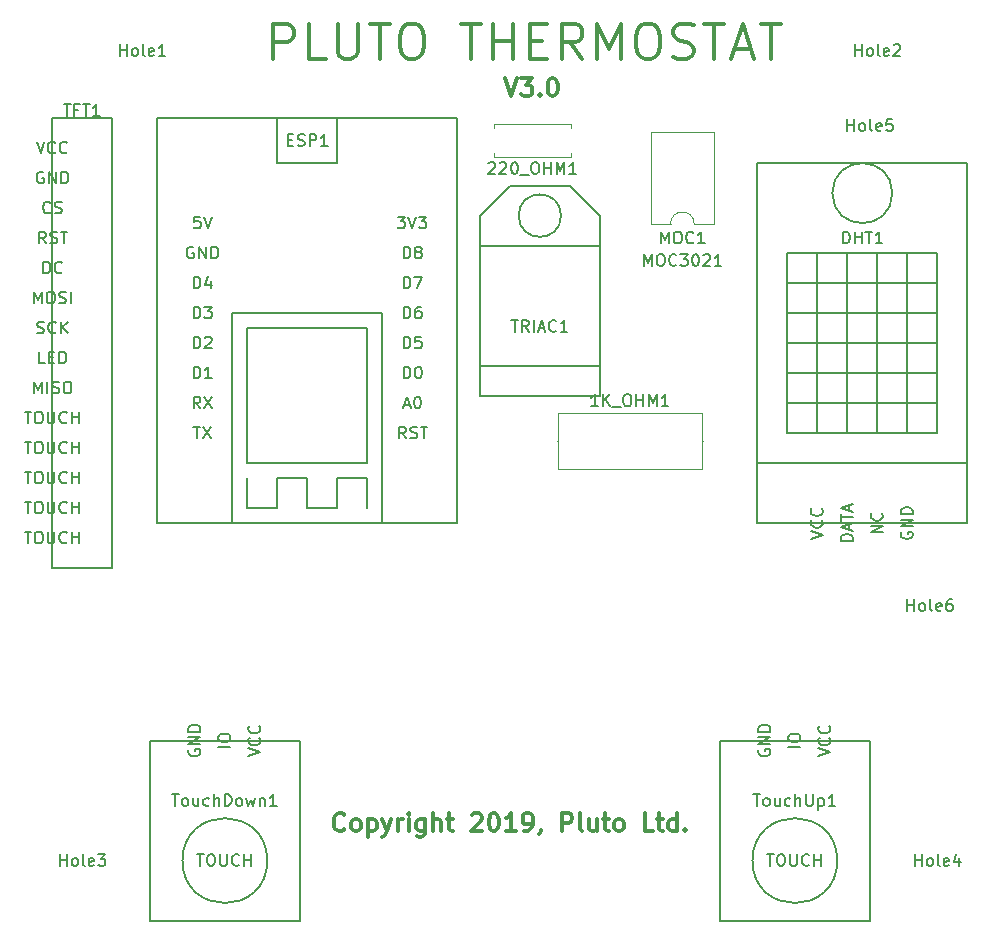
<source format=gbr>
G04 #@! TF.GenerationSoftware,KiCad,Pcbnew,(5.0.1)-3*
G04 #@! TF.CreationDate,2019-02-20T08:20:08+01:00*
G04 #@! TF.ProjectId,THERMOSTAT,544845524D4F535441542E6B69636164,rev?*
G04 #@! TF.SameCoordinates,Original*
G04 #@! TF.FileFunction,Legend,Top*
G04 #@! TF.FilePolarity,Positive*
%FSLAX46Y46*%
G04 Gerber Fmt 4.6, Leading zero omitted, Abs format (unit mm)*
G04 Created by KiCad (PCBNEW (5.0.1)-3) date 2/20/2019 8:20:08 AM*
%MOMM*%
%LPD*%
G01*
G04 APERTURE LIST*
%ADD10C,0.300000*%
%ADD11C,0.120000*%
%ADD12C,0.150000*%
G04 APERTURE END LIST*
D10*
X136494999Y-130075714D02*
X136423571Y-130147142D01*
X136209285Y-130218571D01*
X136066428Y-130218571D01*
X135852142Y-130147142D01*
X135709285Y-130004285D01*
X135637857Y-129861428D01*
X135566428Y-129575714D01*
X135566428Y-129361428D01*
X135637857Y-129075714D01*
X135709285Y-128932857D01*
X135852142Y-128790000D01*
X136066428Y-128718571D01*
X136209285Y-128718571D01*
X136423571Y-128790000D01*
X136494999Y-128861428D01*
X137352142Y-130218571D02*
X137209285Y-130147142D01*
X137137857Y-130075714D01*
X137066428Y-129932857D01*
X137066428Y-129504285D01*
X137137857Y-129361428D01*
X137209285Y-129290000D01*
X137352142Y-129218571D01*
X137566428Y-129218571D01*
X137709285Y-129290000D01*
X137780714Y-129361428D01*
X137852142Y-129504285D01*
X137852142Y-129932857D01*
X137780714Y-130075714D01*
X137709285Y-130147142D01*
X137566428Y-130218571D01*
X137352142Y-130218571D01*
X138494999Y-129218571D02*
X138494999Y-130718571D01*
X138494999Y-129290000D02*
X138637857Y-129218571D01*
X138923571Y-129218571D01*
X139066428Y-129290000D01*
X139137857Y-129361428D01*
X139209285Y-129504285D01*
X139209285Y-129932857D01*
X139137857Y-130075714D01*
X139066428Y-130147142D01*
X138923571Y-130218571D01*
X138637857Y-130218571D01*
X138494999Y-130147142D01*
X139709285Y-129218571D02*
X140066428Y-130218571D01*
X140423571Y-129218571D02*
X140066428Y-130218571D01*
X139923571Y-130575714D01*
X139852142Y-130647142D01*
X139709285Y-130718571D01*
X140994999Y-130218571D02*
X140994999Y-129218571D01*
X140994999Y-129504285D02*
X141066428Y-129361428D01*
X141137857Y-129290000D01*
X141280714Y-129218571D01*
X141423571Y-129218571D01*
X141923571Y-130218571D02*
X141923571Y-129218571D01*
X141923571Y-128718571D02*
X141852142Y-128790000D01*
X141923571Y-128861428D01*
X141994999Y-128790000D01*
X141923571Y-128718571D01*
X141923571Y-128861428D01*
X143280714Y-129218571D02*
X143280714Y-130432857D01*
X143209285Y-130575714D01*
X143137857Y-130647142D01*
X142994999Y-130718571D01*
X142780714Y-130718571D01*
X142637857Y-130647142D01*
X143280714Y-130147142D02*
X143137857Y-130218571D01*
X142852142Y-130218571D01*
X142709285Y-130147142D01*
X142637857Y-130075714D01*
X142566428Y-129932857D01*
X142566428Y-129504285D01*
X142637857Y-129361428D01*
X142709285Y-129290000D01*
X142852142Y-129218571D01*
X143137857Y-129218571D01*
X143280714Y-129290000D01*
X143994999Y-130218571D02*
X143994999Y-128718571D01*
X144637857Y-130218571D02*
X144637857Y-129432857D01*
X144566428Y-129290000D01*
X144423571Y-129218571D01*
X144209285Y-129218571D01*
X144066428Y-129290000D01*
X143994999Y-129361428D01*
X145137857Y-129218571D02*
X145709285Y-129218571D01*
X145352142Y-128718571D02*
X145352142Y-130004285D01*
X145423571Y-130147142D01*
X145566428Y-130218571D01*
X145709285Y-130218571D01*
X147280714Y-128861428D02*
X147352142Y-128790000D01*
X147494999Y-128718571D01*
X147852142Y-128718571D01*
X147994999Y-128790000D01*
X148066428Y-128861428D01*
X148137857Y-129004285D01*
X148137857Y-129147142D01*
X148066428Y-129361428D01*
X147209285Y-130218571D01*
X148137857Y-130218571D01*
X149066428Y-128718571D02*
X149209285Y-128718571D01*
X149352142Y-128790000D01*
X149423571Y-128861428D01*
X149494999Y-129004285D01*
X149566428Y-129290000D01*
X149566428Y-129647142D01*
X149494999Y-129932857D01*
X149423571Y-130075714D01*
X149352142Y-130147142D01*
X149209285Y-130218571D01*
X149066428Y-130218571D01*
X148923571Y-130147142D01*
X148852142Y-130075714D01*
X148780714Y-129932857D01*
X148709285Y-129647142D01*
X148709285Y-129290000D01*
X148780714Y-129004285D01*
X148852142Y-128861428D01*
X148923571Y-128790000D01*
X149066428Y-128718571D01*
X150994999Y-130218571D02*
X150137857Y-130218571D01*
X150566428Y-130218571D02*
X150566428Y-128718571D01*
X150423571Y-128932857D01*
X150280714Y-129075714D01*
X150137857Y-129147142D01*
X151709285Y-130218571D02*
X151994999Y-130218571D01*
X152137857Y-130147142D01*
X152209285Y-130075714D01*
X152352142Y-129861428D01*
X152423571Y-129575714D01*
X152423571Y-129004285D01*
X152352142Y-128861428D01*
X152280714Y-128790000D01*
X152137857Y-128718571D01*
X151852142Y-128718571D01*
X151709285Y-128790000D01*
X151637857Y-128861428D01*
X151566428Y-129004285D01*
X151566428Y-129361428D01*
X151637857Y-129504285D01*
X151709285Y-129575714D01*
X151852142Y-129647142D01*
X152137857Y-129647142D01*
X152280714Y-129575714D01*
X152352142Y-129504285D01*
X152423571Y-129361428D01*
X153137857Y-130147142D02*
X153137857Y-130218571D01*
X153066428Y-130361428D01*
X152995000Y-130432857D01*
X154923571Y-130218571D02*
X154923571Y-128718571D01*
X155494999Y-128718571D01*
X155637857Y-128790000D01*
X155709285Y-128861428D01*
X155780714Y-129004285D01*
X155780714Y-129218571D01*
X155709285Y-129361428D01*
X155637857Y-129432857D01*
X155494999Y-129504285D01*
X154923571Y-129504285D01*
X156637857Y-130218571D02*
X156494999Y-130147142D01*
X156423571Y-130004285D01*
X156423571Y-128718571D01*
X157852142Y-129218571D02*
X157852142Y-130218571D01*
X157209285Y-129218571D02*
X157209285Y-130004285D01*
X157280714Y-130147142D01*
X157423571Y-130218571D01*
X157637857Y-130218571D01*
X157780714Y-130147142D01*
X157852142Y-130075714D01*
X158352142Y-129218571D02*
X158923571Y-129218571D01*
X158566428Y-128718571D02*
X158566428Y-130004285D01*
X158637857Y-130147142D01*
X158780714Y-130218571D01*
X158923571Y-130218571D01*
X159637857Y-130218571D02*
X159495000Y-130147142D01*
X159423571Y-130075714D01*
X159352142Y-129932857D01*
X159352142Y-129504285D01*
X159423571Y-129361428D01*
X159495000Y-129290000D01*
X159637857Y-129218571D01*
X159852142Y-129218571D01*
X159995000Y-129290000D01*
X160066428Y-129361428D01*
X160137857Y-129504285D01*
X160137857Y-129932857D01*
X160066428Y-130075714D01*
X159995000Y-130147142D01*
X159852142Y-130218571D01*
X159637857Y-130218571D01*
X162637857Y-130218571D02*
X161923571Y-130218571D01*
X161923571Y-128718571D01*
X162923571Y-129218571D02*
X163494999Y-129218571D01*
X163137857Y-128718571D02*
X163137857Y-130004285D01*
X163209285Y-130147142D01*
X163352142Y-130218571D01*
X163494999Y-130218571D01*
X164637857Y-130218571D02*
X164637857Y-128718571D01*
X164637857Y-130147142D02*
X164495000Y-130218571D01*
X164209285Y-130218571D01*
X164066428Y-130147142D01*
X163995000Y-130075714D01*
X163923571Y-129932857D01*
X163923571Y-129504285D01*
X163995000Y-129361428D01*
X164066428Y-129290000D01*
X164209285Y-129218571D01*
X164495000Y-129218571D01*
X164637857Y-129290000D01*
X165352142Y-130075714D02*
X165423571Y-130147142D01*
X165352142Y-130218571D01*
X165280714Y-130147142D01*
X165352142Y-130075714D01*
X165352142Y-130218571D01*
X150114285Y-66488571D02*
X150614285Y-67988571D01*
X151114285Y-66488571D01*
X151471428Y-66488571D02*
X152400000Y-66488571D01*
X151900000Y-67060000D01*
X152114285Y-67060000D01*
X152257142Y-67131428D01*
X152328571Y-67202857D01*
X152400000Y-67345714D01*
X152400000Y-67702857D01*
X152328571Y-67845714D01*
X152257142Y-67917142D01*
X152114285Y-67988571D01*
X151685714Y-67988571D01*
X151542857Y-67917142D01*
X151471428Y-67845714D01*
X153042857Y-67845714D02*
X153114285Y-67917142D01*
X153042857Y-67988571D01*
X152971428Y-67917142D01*
X153042857Y-67845714D01*
X153042857Y-67988571D01*
X154042857Y-66488571D02*
X154185714Y-66488571D01*
X154328571Y-66560000D01*
X154400000Y-66631428D01*
X154471428Y-66774285D01*
X154542857Y-67060000D01*
X154542857Y-67417142D01*
X154471428Y-67702857D01*
X154400000Y-67845714D01*
X154328571Y-67917142D01*
X154185714Y-67988571D01*
X154042857Y-67988571D01*
X153900000Y-67917142D01*
X153828571Y-67845714D01*
X153757142Y-67702857D01*
X153685714Y-67417142D01*
X153685714Y-67060000D01*
X153757142Y-66774285D01*
X153828571Y-66631428D01*
X153900000Y-66560000D01*
X154042857Y-66488571D01*
X130479285Y-64857142D02*
X130479285Y-61857142D01*
X131622142Y-61857142D01*
X131907857Y-62000000D01*
X132050714Y-62142857D01*
X132193571Y-62428571D01*
X132193571Y-62857142D01*
X132050714Y-63142857D01*
X131907857Y-63285714D01*
X131622142Y-63428571D01*
X130479285Y-63428571D01*
X134907857Y-64857142D02*
X133479285Y-64857142D01*
X133479285Y-61857142D01*
X135907857Y-61857142D02*
X135907857Y-64285714D01*
X136050714Y-64571428D01*
X136193571Y-64714285D01*
X136479285Y-64857142D01*
X137050714Y-64857142D01*
X137336428Y-64714285D01*
X137479285Y-64571428D01*
X137622142Y-64285714D01*
X137622142Y-61857142D01*
X138622142Y-61857142D02*
X140336428Y-61857142D01*
X139479285Y-64857142D02*
X139479285Y-61857142D01*
X141907857Y-61857142D02*
X142479285Y-61857142D01*
X142765000Y-62000000D01*
X143050714Y-62285714D01*
X143193571Y-62857142D01*
X143193571Y-63857142D01*
X143050714Y-64428571D01*
X142765000Y-64714285D01*
X142479285Y-64857142D01*
X141907857Y-64857142D01*
X141622142Y-64714285D01*
X141336428Y-64428571D01*
X141193571Y-63857142D01*
X141193571Y-62857142D01*
X141336428Y-62285714D01*
X141622142Y-62000000D01*
X141907857Y-61857142D01*
X146336428Y-61857142D02*
X148050714Y-61857142D01*
X147193571Y-64857142D02*
X147193571Y-61857142D01*
X149050714Y-64857142D02*
X149050714Y-61857142D01*
X149050714Y-63285714D02*
X150765000Y-63285714D01*
X150765000Y-64857142D02*
X150765000Y-61857142D01*
X152193571Y-63285714D02*
X153193571Y-63285714D01*
X153622142Y-64857142D02*
X152193571Y-64857142D01*
X152193571Y-61857142D01*
X153622142Y-61857142D01*
X156622142Y-64857142D02*
X155622142Y-63428571D01*
X154907857Y-64857142D02*
X154907857Y-61857142D01*
X156050714Y-61857142D01*
X156336428Y-62000000D01*
X156479285Y-62142857D01*
X156622142Y-62428571D01*
X156622142Y-62857142D01*
X156479285Y-63142857D01*
X156336428Y-63285714D01*
X156050714Y-63428571D01*
X154907857Y-63428571D01*
X157907857Y-64857142D02*
X157907857Y-61857142D01*
X158907857Y-64000000D01*
X159907857Y-61857142D01*
X159907857Y-64857142D01*
X161907857Y-61857142D02*
X162479285Y-61857142D01*
X162765000Y-62000000D01*
X163050714Y-62285714D01*
X163193571Y-62857142D01*
X163193571Y-63857142D01*
X163050714Y-64428571D01*
X162765000Y-64714285D01*
X162479285Y-64857142D01*
X161907857Y-64857142D01*
X161622142Y-64714285D01*
X161336428Y-64428571D01*
X161193571Y-63857142D01*
X161193571Y-62857142D01*
X161336428Y-62285714D01*
X161622142Y-62000000D01*
X161907857Y-61857142D01*
X164336428Y-64714285D02*
X164765000Y-64857142D01*
X165479285Y-64857142D01*
X165765000Y-64714285D01*
X165907857Y-64571428D01*
X166050714Y-64285714D01*
X166050714Y-64000000D01*
X165907857Y-63714285D01*
X165765000Y-63571428D01*
X165479285Y-63428571D01*
X164907857Y-63285714D01*
X164622142Y-63142857D01*
X164479285Y-63000000D01*
X164336428Y-62714285D01*
X164336428Y-62428571D01*
X164479285Y-62142857D01*
X164622142Y-62000000D01*
X164907857Y-61857142D01*
X165622142Y-61857142D01*
X166050714Y-62000000D01*
X166907857Y-61857142D02*
X168622142Y-61857142D01*
X167765000Y-64857142D02*
X167765000Y-61857142D01*
X169479285Y-64000000D02*
X170907857Y-64000000D01*
X169193571Y-64857142D02*
X170193571Y-61857142D01*
X171193571Y-64857142D01*
X171765000Y-61857142D02*
X173479285Y-61857142D01*
X172622142Y-64857142D02*
X172622142Y-61857142D01*
D11*
G04 #@! TO.C,1K_OHM1*
X154585000Y-94785000D02*
X154585000Y-99525000D01*
X154585000Y-99525000D02*
X166725000Y-99525000D01*
X166725000Y-99525000D02*
X166725000Y-94785000D01*
X166725000Y-94785000D02*
X154585000Y-94785000D01*
X154475000Y-97155000D02*
X154585000Y-97155000D01*
X166835000Y-97155000D02*
X166725000Y-97155000D01*
D12*
G04 #@! TO.C,TRIAC1*
X150495000Y-75565000D02*
X155575000Y-75565000D01*
X158115000Y-78105000D02*
X158115000Y-90805000D01*
X158115000Y-90805000D02*
X147955000Y-90805000D01*
X147955000Y-90805000D02*
X147955000Y-78105000D01*
X147955000Y-90805000D02*
X147955000Y-93345000D01*
X147955000Y-93345000D02*
X158115000Y-93345000D01*
X158115000Y-93345000D02*
X158115000Y-90805000D01*
X147955000Y-78105000D02*
X150495000Y-75565000D01*
X150495000Y-75565000D02*
X155575000Y-75565000D01*
X155575000Y-75565000D02*
X158115000Y-78105000D01*
X154831051Y-78105000D02*
G75*
G03X154831051Y-78105000I-1796051J0D01*
G01*
X147955000Y-80645000D02*
X158115000Y-80645000D01*
D11*
G04 #@! TO.C,MOC1*
X164100000Y-78800000D02*
G75*
G02X166100000Y-78800000I1000000J0D01*
G01*
X166100000Y-78800000D02*
X167750000Y-78800000D01*
X167750000Y-78800000D02*
X167750000Y-71060000D01*
X167750000Y-71060000D02*
X162450000Y-71060000D01*
X162450000Y-71060000D02*
X162450000Y-78800000D01*
X162450000Y-78800000D02*
X164100000Y-78800000D01*
G04 #@! TO.C,220_OHM1*
X155670000Y-72795000D02*
X155670000Y-73125000D01*
X155670000Y-73125000D02*
X149130000Y-73125000D01*
X149130000Y-73125000D02*
X149130000Y-72795000D01*
X155670000Y-70715000D02*
X155670000Y-70385000D01*
X155670000Y-70385000D02*
X149130000Y-70385000D01*
X149130000Y-70385000D02*
X149130000Y-70715000D01*
D12*
G04 #@! TO.C,ESP1*
X130810000Y-73660000D02*
X130810000Y-69850000D01*
X135890000Y-73660000D02*
X130810000Y-73660000D01*
X135890000Y-69850000D02*
X135890000Y-73660000D01*
X138430000Y-100330000D02*
X138430000Y-102870000D01*
X135890000Y-100330000D02*
X138430000Y-100330000D01*
X135890000Y-102870000D02*
X135890000Y-100330000D01*
X133350000Y-102870000D02*
X135890000Y-102870000D01*
X133350000Y-100330000D02*
X133350000Y-102870000D01*
X130810000Y-100330000D02*
X133350000Y-100330000D01*
X130810000Y-102870000D02*
X130810000Y-100330000D01*
X128270000Y-102870000D02*
X130810000Y-102870000D01*
X128270000Y-100330000D02*
X128270000Y-102870000D01*
X138430000Y-99060000D02*
X138430000Y-97790000D01*
X128270000Y-99060000D02*
X138430000Y-99060000D01*
X128270000Y-87630000D02*
X128270000Y-99060000D01*
X138430000Y-87630000D02*
X128270000Y-87630000D01*
X138430000Y-97790000D02*
X138430000Y-87630000D01*
X127000000Y-104140000D02*
X138430000Y-104140000D01*
X127000000Y-86360000D02*
X127000000Y-104140000D01*
X128270000Y-86360000D02*
X127000000Y-86360000D01*
X139700000Y-86360000D02*
X128270000Y-86360000D01*
X139700000Y-104140000D02*
X139700000Y-86360000D01*
X146050000Y-69850000D02*
X146050000Y-104140000D01*
X120650000Y-69850000D02*
X146050000Y-69850000D01*
X120650000Y-104140000D02*
X120650000Y-69850000D01*
X146050000Y-104140000D02*
X120650000Y-104140000D01*
G04 #@! TO.C,TouchUp1*
X178217102Y-132715000D02*
G75*
G03X178217102Y-132715000I-3592102J0D01*
G01*
X180975000Y-122555000D02*
X180975000Y-137795000D01*
X168275000Y-122555000D02*
X180975000Y-122555000D01*
X168275000Y-137795000D02*
X168275000Y-122555000D01*
X180975000Y-137795000D02*
X168275000Y-137795000D01*
G04 #@! TO.C,DHT1*
X184150000Y-96520000D02*
X184150000Y-81280000D01*
X181610000Y-96520000D02*
X184150000Y-96520000D01*
X181610000Y-81280000D02*
X181610000Y-96520000D01*
X179070000Y-81280000D02*
X181610000Y-81280000D01*
X179070000Y-96520000D02*
X179070000Y-81280000D01*
X176530000Y-96520000D02*
X179070000Y-96520000D01*
X176530000Y-81280000D02*
X176530000Y-96520000D01*
X173990000Y-81280000D02*
X173990000Y-93980000D01*
X186690000Y-81280000D02*
X173990000Y-81280000D01*
X186690000Y-96520000D02*
X186690000Y-81280000D01*
X173990000Y-96520000D02*
X186690000Y-96520000D01*
X173990000Y-93980000D02*
X173990000Y-96520000D01*
X186690000Y-93980000D02*
X173990000Y-93980000D01*
X186690000Y-91440000D02*
X186690000Y-93980000D01*
X173990000Y-91440000D02*
X186690000Y-91440000D01*
X173990000Y-88900000D02*
X173990000Y-91440000D01*
X186690000Y-88900000D02*
X173990000Y-88900000D01*
X186690000Y-86360000D02*
X186690000Y-88900000D01*
X173990000Y-86360000D02*
X186690000Y-86360000D01*
X173990000Y-83820000D02*
X173990000Y-86360000D01*
X186690000Y-83820000D02*
X173990000Y-83820000D01*
X186690000Y-81280000D02*
X186690000Y-83820000D01*
X173990000Y-81280000D02*
X186690000Y-81280000D01*
X182880000Y-76200000D02*
G75*
G03X182880000Y-76200000I-2540000J0D01*
G01*
X189230000Y-104140000D02*
X189230000Y-99060000D01*
X171450000Y-104140000D02*
X189230000Y-104140000D01*
X171450000Y-99060000D02*
X171450000Y-104140000D01*
X171450000Y-99060000D02*
X171450000Y-73660000D01*
X189230000Y-99060000D02*
X171450000Y-99060000D01*
X189230000Y-73660000D02*
X189230000Y-99060000D01*
X171450000Y-73660000D02*
X189230000Y-73660000D01*
G04 #@! TO.C,TouchDown1*
X129957102Y-132715000D02*
G75*
G03X129957102Y-132715000I-3592102J0D01*
G01*
X132715000Y-122555000D02*
X132715000Y-137795000D01*
X120015000Y-122555000D02*
X132715000Y-122555000D01*
X120015000Y-137795000D02*
X120015000Y-122555000D01*
X132715000Y-137795000D02*
X120015000Y-137795000D01*
G04 #@! TO.C,TFT1*
X111760000Y-107950000D02*
X116840000Y-107950000D01*
X116840000Y-69850000D02*
X116840000Y-107950000D01*
X111760000Y-69850000D02*
X116840000Y-69850000D01*
X111760000Y-107950000D02*
X111760000Y-69850000D01*
G04 #@! TO.C,1K_OHM1*
X157964523Y-94237380D02*
X157393095Y-94237380D01*
X157678809Y-94237380D02*
X157678809Y-93237380D01*
X157583571Y-93380238D01*
X157488333Y-93475476D01*
X157393095Y-93523095D01*
X158393095Y-94237380D02*
X158393095Y-93237380D01*
X158964523Y-94237380D02*
X158535952Y-93665952D01*
X158964523Y-93237380D02*
X158393095Y-93808809D01*
X159155000Y-94332619D02*
X159916904Y-94332619D01*
X160345476Y-93237380D02*
X160535952Y-93237380D01*
X160631190Y-93285000D01*
X160726428Y-93380238D01*
X160774047Y-93570714D01*
X160774047Y-93904047D01*
X160726428Y-94094523D01*
X160631190Y-94189761D01*
X160535952Y-94237380D01*
X160345476Y-94237380D01*
X160250238Y-94189761D01*
X160155000Y-94094523D01*
X160107380Y-93904047D01*
X160107380Y-93570714D01*
X160155000Y-93380238D01*
X160250238Y-93285000D01*
X160345476Y-93237380D01*
X161202619Y-94237380D02*
X161202619Y-93237380D01*
X161202619Y-93713571D02*
X161774047Y-93713571D01*
X161774047Y-94237380D02*
X161774047Y-93237380D01*
X162250238Y-94237380D02*
X162250238Y-93237380D01*
X162583571Y-93951666D01*
X162916904Y-93237380D01*
X162916904Y-94237380D01*
X163916904Y-94237380D02*
X163345476Y-94237380D01*
X163631190Y-94237380D02*
X163631190Y-93237380D01*
X163535952Y-93380238D01*
X163440714Y-93475476D01*
X163345476Y-93523095D01*
G04 #@! TO.C,TRIAC1*
X150606428Y-86947380D02*
X151177857Y-86947380D01*
X150892142Y-87947380D02*
X150892142Y-86947380D01*
X152082619Y-87947380D02*
X151749285Y-87471190D01*
X151511190Y-87947380D02*
X151511190Y-86947380D01*
X151892142Y-86947380D01*
X151987380Y-86995000D01*
X152035000Y-87042619D01*
X152082619Y-87137857D01*
X152082619Y-87280714D01*
X152035000Y-87375952D01*
X151987380Y-87423571D01*
X151892142Y-87471190D01*
X151511190Y-87471190D01*
X152511190Y-87947380D02*
X152511190Y-86947380D01*
X152939761Y-87661666D02*
X153415952Y-87661666D01*
X152844523Y-87947380D02*
X153177857Y-86947380D01*
X153511190Y-87947380D01*
X154415952Y-87852142D02*
X154368333Y-87899761D01*
X154225476Y-87947380D01*
X154130238Y-87947380D01*
X153987380Y-87899761D01*
X153892142Y-87804523D01*
X153844523Y-87709285D01*
X153796904Y-87518809D01*
X153796904Y-87375952D01*
X153844523Y-87185476D01*
X153892142Y-87090238D01*
X153987380Y-86995000D01*
X154130238Y-86947380D01*
X154225476Y-86947380D01*
X154368333Y-86995000D01*
X154415952Y-87042619D01*
X155368333Y-87947380D02*
X154796904Y-87947380D01*
X155082619Y-87947380D02*
X155082619Y-86947380D01*
X154987380Y-87090238D01*
X154892142Y-87185476D01*
X154796904Y-87233095D01*
G04 #@! TO.C,MOC1*
X163266666Y-80462380D02*
X163266666Y-79462380D01*
X163600000Y-80176666D01*
X163933333Y-79462380D01*
X163933333Y-80462380D01*
X164600000Y-79462380D02*
X164790476Y-79462380D01*
X164885714Y-79510000D01*
X164980952Y-79605238D01*
X165028571Y-79795714D01*
X165028571Y-80129047D01*
X164980952Y-80319523D01*
X164885714Y-80414761D01*
X164790476Y-80462380D01*
X164600000Y-80462380D01*
X164504761Y-80414761D01*
X164409523Y-80319523D01*
X164361904Y-80129047D01*
X164361904Y-79795714D01*
X164409523Y-79605238D01*
X164504761Y-79510000D01*
X164600000Y-79462380D01*
X166028571Y-80367142D02*
X165980952Y-80414761D01*
X165838095Y-80462380D01*
X165742857Y-80462380D01*
X165600000Y-80414761D01*
X165504761Y-80319523D01*
X165457142Y-80224285D01*
X165409523Y-80033809D01*
X165409523Y-79890952D01*
X165457142Y-79700476D01*
X165504761Y-79605238D01*
X165600000Y-79510000D01*
X165742857Y-79462380D01*
X165838095Y-79462380D01*
X165980952Y-79510000D01*
X166028571Y-79557619D01*
X166980952Y-80462380D02*
X166409523Y-80462380D01*
X166695238Y-80462380D02*
X166695238Y-79462380D01*
X166600000Y-79605238D01*
X166504761Y-79700476D01*
X166409523Y-79748095D01*
X161838095Y-82367380D02*
X161838095Y-81367380D01*
X162171428Y-82081666D01*
X162504761Y-81367380D01*
X162504761Y-82367380D01*
X163171428Y-81367380D02*
X163361904Y-81367380D01*
X163457142Y-81415000D01*
X163552380Y-81510238D01*
X163600000Y-81700714D01*
X163600000Y-82034047D01*
X163552380Y-82224523D01*
X163457142Y-82319761D01*
X163361904Y-82367380D01*
X163171428Y-82367380D01*
X163076190Y-82319761D01*
X162980952Y-82224523D01*
X162933333Y-82034047D01*
X162933333Y-81700714D01*
X162980952Y-81510238D01*
X163076190Y-81415000D01*
X163171428Y-81367380D01*
X164600000Y-82272142D02*
X164552380Y-82319761D01*
X164409523Y-82367380D01*
X164314285Y-82367380D01*
X164171428Y-82319761D01*
X164076190Y-82224523D01*
X164028571Y-82129285D01*
X163980952Y-81938809D01*
X163980952Y-81795952D01*
X164028571Y-81605476D01*
X164076190Y-81510238D01*
X164171428Y-81415000D01*
X164314285Y-81367380D01*
X164409523Y-81367380D01*
X164552380Y-81415000D01*
X164600000Y-81462619D01*
X164933333Y-81367380D02*
X165552380Y-81367380D01*
X165219047Y-81748333D01*
X165361904Y-81748333D01*
X165457142Y-81795952D01*
X165504761Y-81843571D01*
X165552380Y-81938809D01*
X165552380Y-82176904D01*
X165504761Y-82272142D01*
X165457142Y-82319761D01*
X165361904Y-82367380D01*
X165076190Y-82367380D01*
X164980952Y-82319761D01*
X164933333Y-82272142D01*
X166171428Y-81367380D02*
X166266666Y-81367380D01*
X166361904Y-81415000D01*
X166409523Y-81462619D01*
X166457142Y-81557857D01*
X166504761Y-81748333D01*
X166504761Y-81986428D01*
X166457142Y-82176904D01*
X166409523Y-82272142D01*
X166361904Y-82319761D01*
X166266666Y-82367380D01*
X166171428Y-82367380D01*
X166076190Y-82319761D01*
X166028571Y-82272142D01*
X165980952Y-82176904D01*
X165933333Y-81986428D01*
X165933333Y-81748333D01*
X165980952Y-81557857D01*
X166028571Y-81462619D01*
X166076190Y-81415000D01*
X166171428Y-81367380D01*
X166885714Y-81462619D02*
X166933333Y-81415000D01*
X167028571Y-81367380D01*
X167266666Y-81367380D01*
X167361904Y-81415000D01*
X167409523Y-81462619D01*
X167457142Y-81557857D01*
X167457142Y-81653095D01*
X167409523Y-81795952D01*
X166838095Y-82367380D01*
X167457142Y-82367380D01*
X168409523Y-82367380D02*
X167838095Y-82367380D01*
X168123809Y-82367380D02*
X168123809Y-81367380D01*
X168028571Y-81510238D01*
X167933333Y-81605476D01*
X167838095Y-81653095D01*
G04 #@! TO.C,220_OHM1*
X148685714Y-73672619D02*
X148733333Y-73625000D01*
X148828571Y-73577380D01*
X149066666Y-73577380D01*
X149161904Y-73625000D01*
X149209523Y-73672619D01*
X149257142Y-73767857D01*
X149257142Y-73863095D01*
X149209523Y-74005952D01*
X148638095Y-74577380D01*
X149257142Y-74577380D01*
X149638095Y-73672619D02*
X149685714Y-73625000D01*
X149780952Y-73577380D01*
X150019047Y-73577380D01*
X150114285Y-73625000D01*
X150161904Y-73672619D01*
X150209523Y-73767857D01*
X150209523Y-73863095D01*
X150161904Y-74005952D01*
X149590476Y-74577380D01*
X150209523Y-74577380D01*
X150828571Y-73577380D02*
X150923809Y-73577380D01*
X151019047Y-73625000D01*
X151066666Y-73672619D01*
X151114285Y-73767857D01*
X151161904Y-73958333D01*
X151161904Y-74196428D01*
X151114285Y-74386904D01*
X151066666Y-74482142D01*
X151019047Y-74529761D01*
X150923809Y-74577380D01*
X150828571Y-74577380D01*
X150733333Y-74529761D01*
X150685714Y-74482142D01*
X150638095Y-74386904D01*
X150590476Y-74196428D01*
X150590476Y-73958333D01*
X150638095Y-73767857D01*
X150685714Y-73672619D01*
X150733333Y-73625000D01*
X150828571Y-73577380D01*
X151352380Y-74672619D02*
X152114285Y-74672619D01*
X152542857Y-73577380D02*
X152733333Y-73577380D01*
X152828571Y-73625000D01*
X152923809Y-73720238D01*
X152971428Y-73910714D01*
X152971428Y-74244047D01*
X152923809Y-74434523D01*
X152828571Y-74529761D01*
X152733333Y-74577380D01*
X152542857Y-74577380D01*
X152447619Y-74529761D01*
X152352380Y-74434523D01*
X152304761Y-74244047D01*
X152304761Y-73910714D01*
X152352380Y-73720238D01*
X152447619Y-73625000D01*
X152542857Y-73577380D01*
X153400000Y-74577380D02*
X153400000Y-73577380D01*
X153400000Y-74053571D02*
X153971428Y-74053571D01*
X153971428Y-74577380D02*
X153971428Y-73577380D01*
X154447619Y-74577380D02*
X154447619Y-73577380D01*
X154780952Y-74291666D01*
X155114285Y-73577380D01*
X155114285Y-74577380D01*
X156114285Y-74577380D02*
X155542857Y-74577380D01*
X155828571Y-74577380D02*
X155828571Y-73577380D01*
X155733333Y-73720238D01*
X155638095Y-73815476D01*
X155542857Y-73863095D01*
G04 #@! TO.C,ESP1*
X131683333Y-71683571D02*
X132016666Y-71683571D01*
X132159523Y-72207380D02*
X131683333Y-72207380D01*
X131683333Y-71207380D01*
X132159523Y-71207380D01*
X132540476Y-72159761D02*
X132683333Y-72207380D01*
X132921428Y-72207380D01*
X133016666Y-72159761D01*
X133064285Y-72112142D01*
X133111904Y-72016904D01*
X133111904Y-71921666D01*
X133064285Y-71826428D01*
X133016666Y-71778809D01*
X132921428Y-71731190D01*
X132730952Y-71683571D01*
X132635714Y-71635952D01*
X132588095Y-71588333D01*
X132540476Y-71493095D01*
X132540476Y-71397857D01*
X132588095Y-71302619D01*
X132635714Y-71255000D01*
X132730952Y-71207380D01*
X132969047Y-71207380D01*
X133111904Y-71255000D01*
X133540476Y-72207380D02*
X133540476Y-71207380D01*
X133921428Y-71207380D01*
X134016666Y-71255000D01*
X134064285Y-71302619D01*
X134111904Y-71397857D01*
X134111904Y-71540714D01*
X134064285Y-71635952D01*
X134016666Y-71683571D01*
X133921428Y-71731190D01*
X133540476Y-71731190D01*
X135064285Y-72207380D02*
X134492857Y-72207380D01*
X134778571Y-72207380D02*
X134778571Y-71207380D01*
X134683333Y-71350238D01*
X134588095Y-71445476D01*
X134492857Y-71493095D01*
X141001904Y-78192380D02*
X141620952Y-78192380D01*
X141287619Y-78573333D01*
X141430476Y-78573333D01*
X141525714Y-78620952D01*
X141573333Y-78668571D01*
X141620952Y-78763809D01*
X141620952Y-79001904D01*
X141573333Y-79097142D01*
X141525714Y-79144761D01*
X141430476Y-79192380D01*
X141144761Y-79192380D01*
X141049523Y-79144761D01*
X141001904Y-79097142D01*
X141906666Y-78192380D02*
X142240000Y-79192380D01*
X142573333Y-78192380D01*
X142811428Y-78192380D02*
X143430476Y-78192380D01*
X143097142Y-78573333D01*
X143240000Y-78573333D01*
X143335238Y-78620952D01*
X143382857Y-78668571D01*
X143430476Y-78763809D01*
X143430476Y-79001904D01*
X143382857Y-79097142D01*
X143335238Y-79144761D01*
X143240000Y-79192380D01*
X142954285Y-79192380D01*
X142859047Y-79144761D01*
X142811428Y-79097142D01*
X141501904Y-81732380D02*
X141501904Y-80732380D01*
X141740000Y-80732380D01*
X141882857Y-80780000D01*
X141978095Y-80875238D01*
X142025714Y-80970476D01*
X142073333Y-81160952D01*
X142073333Y-81303809D01*
X142025714Y-81494285D01*
X141978095Y-81589523D01*
X141882857Y-81684761D01*
X141740000Y-81732380D01*
X141501904Y-81732380D01*
X142644761Y-81160952D02*
X142549523Y-81113333D01*
X142501904Y-81065714D01*
X142454285Y-80970476D01*
X142454285Y-80922857D01*
X142501904Y-80827619D01*
X142549523Y-80780000D01*
X142644761Y-80732380D01*
X142835238Y-80732380D01*
X142930476Y-80780000D01*
X142978095Y-80827619D01*
X143025714Y-80922857D01*
X143025714Y-80970476D01*
X142978095Y-81065714D01*
X142930476Y-81113333D01*
X142835238Y-81160952D01*
X142644761Y-81160952D01*
X142549523Y-81208571D01*
X142501904Y-81256190D01*
X142454285Y-81351428D01*
X142454285Y-81541904D01*
X142501904Y-81637142D01*
X142549523Y-81684761D01*
X142644761Y-81732380D01*
X142835238Y-81732380D01*
X142930476Y-81684761D01*
X142978095Y-81637142D01*
X143025714Y-81541904D01*
X143025714Y-81351428D01*
X142978095Y-81256190D01*
X142930476Y-81208571D01*
X142835238Y-81160952D01*
X141501904Y-84272380D02*
X141501904Y-83272380D01*
X141740000Y-83272380D01*
X141882857Y-83320000D01*
X141978095Y-83415238D01*
X142025714Y-83510476D01*
X142073333Y-83700952D01*
X142073333Y-83843809D01*
X142025714Y-84034285D01*
X141978095Y-84129523D01*
X141882857Y-84224761D01*
X141740000Y-84272380D01*
X141501904Y-84272380D01*
X142406666Y-83272380D02*
X143073333Y-83272380D01*
X142644761Y-84272380D01*
X141501904Y-86812380D02*
X141501904Y-85812380D01*
X141740000Y-85812380D01*
X141882857Y-85860000D01*
X141978095Y-85955238D01*
X142025714Y-86050476D01*
X142073333Y-86240952D01*
X142073333Y-86383809D01*
X142025714Y-86574285D01*
X141978095Y-86669523D01*
X141882857Y-86764761D01*
X141740000Y-86812380D01*
X141501904Y-86812380D01*
X142930476Y-85812380D02*
X142740000Y-85812380D01*
X142644761Y-85860000D01*
X142597142Y-85907619D01*
X142501904Y-86050476D01*
X142454285Y-86240952D01*
X142454285Y-86621904D01*
X142501904Y-86717142D01*
X142549523Y-86764761D01*
X142644761Y-86812380D01*
X142835238Y-86812380D01*
X142930476Y-86764761D01*
X142978095Y-86717142D01*
X143025714Y-86621904D01*
X143025714Y-86383809D01*
X142978095Y-86288571D01*
X142930476Y-86240952D01*
X142835238Y-86193333D01*
X142644761Y-86193333D01*
X142549523Y-86240952D01*
X142501904Y-86288571D01*
X142454285Y-86383809D01*
X141501904Y-89352380D02*
X141501904Y-88352380D01*
X141740000Y-88352380D01*
X141882857Y-88400000D01*
X141978095Y-88495238D01*
X142025714Y-88590476D01*
X142073333Y-88780952D01*
X142073333Y-88923809D01*
X142025714Y-89114285D01*
X141978095Y-89209523D01*
X141882857Y-89304761D01*
X141740000Y-89352380D01*
X141501904Y-89352380D01*
X142978095Y-88352380D02*
X142501904Y-88352380D01*
X142454285Y-88828571D01*
X142501904Y-88780952D01*
X142597142Y-88733333D01*
X142835238Y-88733333D01*
X142930476Y-88780952D01*
X142978095Y-88828571D01*
X143025714Y-88923809D01*
X143025714Y-89161904D01*
X142978095Y-89257142D01*
X142930476Y-89304761D01*
X142835238Y-89352380D01*
X142597142Y-89352380D01*
X142501904Y-89304761D01*
X142454285Y-89257142D01*
X141501904Y-91892380D02*
X141501904Y-90892380D01*
X141740000Y-90892380D01*
X141882857Y-90940000D01*
X141978095Y-91035238D01*
X142025714Y-91130476D01*
X142073333Y-91320952D01*
X142073333Y-91463809D01*
X142025714Y-91654285D01*
X141978095Y-91749523D01*
X141882857Y-91844761D01*
X141740000Y-91892380D01*
X141501904Y-91892380D01*
X142692380Y-90892380D02*
X142787619Y-90892380D01*
X142882857Y-90940000D01*
X142930476Y-90987619D01*
X142978095Y-91082857D01*
X143025714Y-91273333D01*
X143025714Y-91511428D01*
X142978095Y-91701904D01*
X142930476Y-91797142D01*
X142882857Y-91844761D01*
X142787619Y-91892380D01*
X142692380Y-91892380D01*
X142597142Y-91844761D01*
X142549523Y-91797142D01*
X142501904Y-91701904D01*
X142454285Y-91511428D01*
X142454285Y-91273333D01*
X142501904Y-91082857D01*
X142549523Y-90987619D01*
X142597142Y-90940000D01*
X142692380Y-90892380D01*
X141525714Y-94146666D02*
X142001904Y-94146666D01*
X141430476Y-94432380D02*
X141763809Y-93432380D01*
X142097142Y-94432380D01*
X142620952Y-93432380D02*
X142716190Y-93432380D01*
X142811428Y-93480000D01*
X142859047Y-93527619D01*
X142906666Y-93622857D01*
X142954285Y-93813333D01*
X142954285Y-94051428D01*
X142906666Y-94241904D01*
X142859047Y-94337142D01*
X142811428Y-94384761D01*
X142716190Y-94432380D01*
X142620952Y-94432380D01*
X142525714Y-94384761D01*
X142478095Y-94337142D01*
X142430476Y-94241904D01*
X142382857Y-94051428D01*
X142382857Y-93813333D01*
X142430476Y-93622857D01*
X142478095Y-93527619D01*
X142525714Y-93480000D01*
X142620952Y-93432380D01*
X141692380Y-96972380D02*
X141359047Y-96496190D01*
X141120952Y-96972380D02*
X141120952Y-95972380D01*
X141501904Y-95972380D01*
X141597142Y-96020000D01*
X141644761Y-96067619D01*
X141692380Y-96162857D01*
X141692380Y-96305714D01*
X141644761Y-96400952D01*
X141597142Y-96448571D01*
X141501904Y-96496190D01*
X141120952Y-96496190D01*
X142073333Y-96924761D02*
X142216190Y-96972380D01*
X142454285Y-96972380D01*
X142549523Y-96924761D01*
X142597142Y-96877142D01*
X142644761Y-96781904D01*
X142644761Y-96686666D01*
X142597142Y-96591428D01*
X142549523Y-96543809D01*
X142454285Y-96496190D01*
X142263809Y-96448571D01*
X142168571Y-96400952D01*
X142120952Y-96353333D01*
X142073333Y-96258095D01*
X142073333Y-96162857D01*
X142120952Y-96067619D01*
X142168571Y-96020000D01*
X142263809Y-95972380D01*
X142501904Y-95972380D01*
X142644761Y-96020000D01*
X142930476Y-95972380D02*
X143501904Y-95972380D01*
X143216190Y-96972380D02*
X143216190Y-95972380D01*
X124269523Y-78192380D02*
X123793333Y-78192380D01*
X123745714Y-78668571D01*
X123793333Y-78620952D01*
X123888571Y-78573333D01*
X124126666Y-78573333D01*
X124221904Y-78620952D01*
X124269523Y-78668571D01*
X124317142Y-78763809D01*
X124317142Y-79001904D01*
X124269523Y-79097142D01*
X124221904Y-79144761D01*
X124126666Y-79192380D01*
X123888571Y-79192380D01*
X123793333Y-79144761D01*
X123745714Y-79097142D01*
X124602857Y-78192380D02*
X124936190Y-79192380D01*
X125269523Y-78192380D01*
X123698095Y-80780000D02*
X123602857Y-80732380D01*
X123460000Y-80732380D01*
X123317142Y-80780000D01*
X123221904Y-80875238D01*
X123174285Y-80970476D01*
X123126666Y-81160952D01*
X123126666Y-81303809D01*
X123174285Y-81494285D01*
X123221904Y-81589523D01*
X123317142Y-81684761D01*
X123460000Y-81732380D01*
X123555238Y-81732380D01*
X123698095Y-81684761D01*
X123745714Y-81637142D01*
X123745714Y-81303809D01*
X123555238Y-81303809D01*
X124174285Y-81732380D02*
X124174285Y-80732380D01*
X124745714Y-81732380D01*
X124745714Y-80732380D01*
X125221904Y-81732380D02*
X125221904Y-80732380D01*
X125460000Y-80732380D01*
X125602857Y-80780000D01*
X125698095Y-80875238D01*
X125745714Y-80970476D01*
X125793333Y-81160952D01*
X125793333Y-81303809D01*
X125745714Y-81494285D01*
X125698095Y-81589523D01*
X125602857Y-81684761D01*
X125460000Y-81732380D01*
X125221904Y-81732380D01*
X123721904Y-84272380D02*
X123721904Y-83272380D01*
X123960000Y-83272380D01*
X124102857Y-83320000D01*
X124198095Y-83415238D01*
X124245714Y-83510476D01*
X124293333Y-83700952D01*
X124293333Y-83843809D01*
X124245714Y-84034285D01*
X124198095Y-84129523D01*
X124102857Y-84224761D01*
X123960000Y-84272380D01*
X123721904Y-84272380D01*
X125150476Y-83605714D02*
X125150476Y-84272380D01*
X124912380Y-83224761D02*
X124674285Y-83939047D01*
X125293333Y-83939047D01*
X123721904Y-86812380D02*
X123721904Y-85812380D01*
X123960000Y-85812380D01*
X124102857Y-85860000D01*
X124198095Y-85955238D01*
X124245714Y-86050476D01*
X124293333Y-86240952D01*
X124293333Y-86383809D01*
X124245714Y-86574285D01*
X124198095Y-86669523D01*
X124102857Y-86764761D01*
X123960000Y-86812380D01*
X123721904Y-86812380D01*
X124626666Y-85812380D02*
X125245714Y-85812380D01*
X124912380Y-86193333D01*
X125055238Y-86193333D01*
X125150476Y-86240952D01*
X125198095Y-86288571D01*
X125245714Y-86383809D01*
X125245714Y-86621904D01*
X125198095Y-86717142D01*
X125150476Y-86764761D01*
X125055238Y-86812380D01*
X124769523Y-86812380D01*
X124674285Y-86764761D01*
X124626666Y-86717142D01*
X123721904Y-89352380D02*
X123721904Y-88352380D01*
X123960000Y-88352380D01*
X124102857Y-88400000D01*
X124198095Y-88495238D01*
X124245714Y-88590476D01*
X124293333Y-88780952D01*
X124293333Y-88923809D01*
X124245714Y-89114285D01*
X124198095Y-89209523D01*
X124102857Y-89304761D01*
X123960000Y-89352380D01*
X123721904Y-89352380D01*
X124674285Y-88447619D02*
X124721904Y-88400000D01*
X124817142Y-88352380D01*
X125055238Y-88352380D01*
X125150476Y-88400000D01*
X125198095Y-88447619D01*
X125245714Y-88542857D01*
X125245714Y-88638095D01*
X125198095Y-88780952D01*
X124626666Y-89352380D01*
X125245714Y-89352380D01*
X123721904Y-91892380D02*
X123721904Y-90892380D01*
X123960000Y-90892380D01*
X124102857Y-90940000D01*
X124198095Y-91035238D01*
X124245714Y-91130476D01*
X124293333Y-91320952D01*
X124293333Y-91463809D01*
X124245714Y-91654285D01*
X124198095Y-91749523D01*
X124102857Y-91844761D01*
X123960000Y-91892380D01*
X123721904Y-91892380D01*
X125245714Y-91892380D02*
X124674285Y-91892380D01*
X124960000Y-91892380D02*
X124960000Y-90892380D01*
X124864761Y-91035238D01*
X124769523Y-91130476D01*
X124674285Y-91178095D01*
X124293333Y-94432380D02*
X123960000Y-93956190D01*
X123721904Y-94432380D02*
X123721904Y-93432380D01*
X124102857Y-93432380D01*
X124198095Y-93480000D01*
X124245714Y-93527619D01*
X124293333Y-93622857D01*
X124293333Y-93765714D01*
X124245714Y-93860952D01*
X124198095Y-93908571D01*
X124102857Y-93956190D01*
X123721904Y-93956190D01*
X124626666Y-93432380D02*
X125293333Y-94432380D01*
X125293333Y-93432380D02*
X124626666Y-94432380D01*
X123698095Y-95972380D02*
X124269523Y-95972380D01*
X123983809Y-96972380D02*
X123983809Y-95972380D01*
X124507619Y-95972380D02*
X125174285Y-96972380D01*
X125174285Y-95972380D02*
X124507619Y-96972380D01*
G04 #@! TO.C,Hole6*
X184150238Y-111577380D02*
X184150238Y-110577380D01*
X184150238Y-111053571D02*
X184721666Y-111053571D01*
X184721666Y-111577380D02*
X184721666Y-110577380D01*
X185340714Y-111577380D02*
X185245476Y-111529761D01*
X185197857Y-111482142D01*
X185150238Y-111386904D01*
X185150238Y-111101190D01*
X185197857Y-111005952D01*
X185245476Y-110958333D01*
X185340714Y-110910714D01*
X185483571Y-110910714D01*
X185578809Y-110958333D01*
X185626428Y-111005952D01*
X185674047Y-111101190D01*
X185674047Y-111386904D01*
X185626428Y-111482142D01*
X185578809Y-111529761D01*
X185483571Y-111577380D01*
X185340714Y-111577380D01*
X186245476Y-111577380D02*
X186150238Y-111529761D01*
X186102619Y-111434523D01*
X186102619Y-110577380D01*
X187007380Y-111529761D02*
X186912142Y-111577380D01*
X186721666Y-111577380D01*
X186626428Y-111529761D01*
X186578809Y-111434523D01*
X186578809Y-111053571D01*
X186626428Y-110958333D01*
X186721666Y-110910714D01*
X186912142Y-110910714D01*
X187007380Y-110958333D01*
X187055000Y-111053571D01*
X187055000Y-111148809D01*
X186578809Y-111244047D01*
X187912142Y-110577380D02*
X187721666Y-110577380D01*
X187626428Y-110625000D01*
X187578809Y-110672619D01*
X187483571Y-110815476D01*
X187435952Y-111005952D01*
X187435952Y-111386904D01*
X187483571Y-111482142D01*
X187531190Y-111529761D01*
X187626428Y-111577380D01*
X187816904Y-111577380D01*
X187912142Y-111529761D01*
X187959761Y-111482142D01*
X188007380Y-111386904D01*
X188007380Y-111148809D01*
X187959761Y-111053571D01*
X187912142Y-111005952D01*
X187816904Y-110958333D01*
X187626428Y-110958333D01*
X187531190Y-111005952D01*
X187483571Y-111053571D01*
X187435952Y-111148809D01*
G04 #@! TO.C,Hole5*
X179070238Y-70937380D02*
X179070238Y-69937380D01*
X179070238Y-70413571D02*
X179641666Y-70413571D01*
X179641666Y-70937380D02*
X179641666Y-69937380D01*
X180260714Y-70937380D02*
X180165476Y-70889761D01*
X180117857Y-70842142D01*
X180070238Y-70746904D01*
X180070238Y-70461190D01*
X180117857Y-70365952D01*
X180165476Y-70318333D01*
X180260714Y-70270714D01*
X180403571Y-70270714D01*
X180498809Y-70318333D01*
X180546428Y-70365952D01*
X180594047Y-70461190D01*
X180594047Y-70746904D01*
X180546428Y-70842142D01*
X180498809Y-70889761D01*
X180403571Y-70937380D01*
X180260714Y-70937380D01*
X181165476Y-70937380D02*
X181070238Y-70889761D01*
X181022619Y-70794523D01*
X181022619Y-69937380D01*
X181927380Y-70889761D02*
X181832142Y-70937380D01*
X181641666Y-70937380D01*
X181546428Y-70889761D01*
X181498809Y-70794523D01*
X181498809Y-70413571D01*
X181546428Y-70318333D01*
X181641666Y-70270714D01*
X181832142Y-70270714D01*
X181927380Y-70318333D01*
X181975000Y-70413571D01*
X181975000Y-70508809D01*
X181498809Y-70604047D01*
X182879761Y-69937380D02*
X182403571Y-69937380D01*
X182355952Y-70413571D01*
X182403571Y-70365952D01*
X182498809Y-70318333D01*
X182736904Y-70318333D01*
X182832142Y-70365952D01*
X182879761Y-70413571D01*
X182927380Y-70508809D01*
X182927380Y-70746904D01*
X182879761Y-70842142D01*
X182832142Y-70889761D01*
X182736904Y-70937380D01*
X182498809Y-70937380D01*
X182403571Y-70889761D01*
X182355952Y-70842142D01*
G04 #@! TO.C,TouchUp1*
X171101190Y-127087380D02*
X171672619Y-127087380D01*
X171386904Y-128087380D02*
X171386904Y-127087380D01*
X172148809Y-128087380D02*
X172053571Y-128039761D01*
X172005952Y-127992142D01*
X171958333Y-127896904D01*
X171958333Y-127611190D01*
X172005952Y-127515952D01*
X172053571Y-127468333D01*
X172148809Y-127420714D01*
X172291666Y-127420714D01*
X172386904Y-127468333D01*
X172434523Y-127515952D01*
X172482142Y-127611190D01*
X172482142Y-127896904D01*
X172434523Y-127992142D01*
X172386904Y-128039761D01*
X172291666Y-128087380D01*
X172148809Y-128087380D01*
X173339285Y-127420714D02*
X173339285Y-128087380D01*
X172910714Y-127420714D02*
X172910714Y-127944523D01*
X172958333Y-128039761D01*
X173053571Y-128087380D01*
X173196428Y-128087380D01*
X173291666Y-128039761D01*
X173339285Y-127992142D01*
X174244047Y-128039761D02*
X174148809Y-128087380D01*
X173958333Y-128087380D01*
X173863095Y-128039761D01*
X173815476Y-127992142D01*
X173767857Y-127896904D01*
X173767857Y-127611190D01*
X173815476Y-127515952D01*
X173863095Y-127468333D01*
X173958333Y-127420714D01*
X174148809Y-127420714D01*
X174244047Y-127468333D01*
X174672619Y-128087380D02*
X174672619Y-127087380D01*
X175101190Y-128087380D02*
X175101190Y-127563571D01*
X175053571Y-127468333D01*
X174958333Y-127420714D01*
X174815476Y-127420714D01*
X174720238Y-127468333D01*
X174672619Y-127515952D01*
X175577380Y-127087380D02*
X175577380Y-127896904D01*
X175625000Y-127992142D01*
X175672619Y-128039761D01*
X175767857Y-128087380D01*
X175958333Y-128087380D01*
X176053571Y-128039761D01*
X176101190Y-127992142D01*
X176148809Y-127896904D01*
X176148809Y-127087380D01*
X176625000Y-127420714D02*
X176625000Y-128420714D01*
X176625000Y-127468333D02*
X176720238Y-127420714D01*
X176910714Y-127420714D01*
X177005952Y-127468333D01*
X177053571Y-127515952D01*
X177101190Y-127611190D01*
X177101190Y-127896904D01*
X177053571Y-127992142D01*
X177005952Y-128039761D01*
X176910714Y-128087380D01*
X176720238Y-128087380D01*
X176625000Y-128039761D01*
X178053571Y-128087380D02*
X177482142Y-128087380D01*
X177767857Y-128087380D02*
X177767857Y-127087380D01*
X177672619Y-127230238D01*
X177577380Y-127325476D01*
X177482142Y-127373095D01*
X171585000Y-123316904D02*
X171537380Y-123412142D01*
X171537380Y-123555000D01*
X171585000Y-123697857D01*
X171680238Y-123793095D01*
X171775476Y-123840714D01*
X171965952Y-123888333D01*
X172108809Y-123888333D01*
X172299285Y-123840714D01*
X172394523Y-123793095D01*
X172489761Y-123697857D01*
X172537380Y-123555000D01*
X172537380Y-123459761D01*
X172489761Y-123316904D01*
X172442142Y-123269285D01*
X172108809Y-123269285D01*
X172108809Y-123459761D01*
X172537380Y-122840714D02*
X171537380Y-122840714D01*
X172537380Y-122269285D01*
X171537380Y-122269285D01*
X172537380Y-121793095D02*
X171537380Y-121793095D01*
X171537380Y-121555000D01*
X171585000Y-121412142D01*
X171680238Y-121316904D01*
X171775476Y-121269285D01*
X171965952Y-121221666D01*
X172108809Y-121221666D01*
X172299285Y-121269285D01*
X172394523Y-121316904D01*
X172489761Y-121412142D01*
X172537380Y-121555000D01*
X172537380Y-121793095D01*
X175077380Y-123078809D02*
X174077380Y-123078809D01*
X174077380Y-122412142D02*
X174077380Y-122221666D01*
X174125000Y-122126428D01*
X174220238Y-122031190D01*
X174410714Y-121983571D01*
X174744047Y-121983571D01*
X174934523Y-122031190D01*
X175029761Y-122126428D01*
X175077380Y-122221666D01*
X175077380Y-122412142D01*
X175029761Y-122507380D01*
X174934523Y-122602619D01*
X174744047Y-122650238D01*
X174410714Y-122650238D01*
X174220238Y-122602619D01*
X174125000Y-122507380D01*
X174077380Y-122412142D01*
X176617380Y-123888333D02*
X177617380Y-123555000D01*
X176617380Y-123221666D01*
X177522142Y-122316904D02*
X177569761Y-122364523D01*
X177617380Y-122507380D01*
X177617380Y-122602619D01*
X177569761Y-122745476D01*
X177474523Y-122840714D01*
X177379285Y-122888333D01*
X177188809Y-122935952D01*
X177045952Y-122935952D01*
X176855476Y-122888333D01*
X176760238Y-122840714D01*
X176665000Y-122745476D01*
X176617380Y-122602619D01*
X176617380Y-122507380D01*
X176665000Y-122364523D01*
X176712619Y-122316904D01*
X177522142Y-121316904D02*
X177569761Y-121364523D01*
X177617380Y-121507380D01*
X177617380Y-121602619D01*
X177569761Y-121745476D01*
X177474523Y-121840714D01*
X177379285Y-121888333D01*
X177188809Y-121935952D01*
X177045952Y-121935952D01*
X176855476Y-121888333D01*
X176760238Y-121840714D01*
X176665000Y-121745476D01*
X176617380Y-121602619D01*
X176617380Y-121507380D01*
X176665000Y-121364523D01*
X176712619Y-121316904D01*
X172267857Y-132167380D02*
X172839285Y-132167380D01*
X172553571Y-133167380D02*
X172553571Y-132167380D01*
X173363095Y-132167380D02*
X173553571Y-132167380D01*
X173648809Y-132215000D01*
X173744047Y-132310238D01*
X173791666Y-132500714D01*
X173791666Y-132834047D01*
X173744047Y-133024523D01*
X173648809Y-133119761D01*
X173553571Y-133167380D01*
X173363095Y-133167380D01*
X173267857Y-133119761D01*
X173172619Y-133024523D01*
X173125000Y-132834047D01*
X173125000Y-132500714D01*
X173172619Y-132310238D01*
X173267857Y-132215000D01*
X173363095Y-132167380D01*
X174220238Y-132167380D02*
X174220238Y-132976904D01*
X174267857Y-133072142D01*
X174315476Y-133119761D01*
X174410714Y-133167380D01*
X174601190Y-133167380D01*
X174696428Y-133119761D01*
X174744047Y-133072142D01*
X174791666Y-132976904D01*
X174791666Y-132167380D01*
X175839285Y-133072142D02*
X175791666Y-133119761D01*
X175648809Y-133167380D01*
X175553571Y-133167380D01*
X175410714Y-133119761D01*
X175315476Y-133024523D01*
X175267857Y-132929285D01*
X175220238Y-132738809D01*
X175220238Y-132595952D01*
X175267857Y-132405476D01*
X175315476Y-132310238D01*
X175410714Y-132215000D01*
X175553571Y-132167380D01*
X175648809Y-132167380D01*
X175791666Y-132215000D01*
X175839285Y-132262619D01*
X176267857Y-133167380D02*
X176267857Y-132167380D01*
X176267857Y-132643571D02*
X176839285Y-132643571D01*
X176839285Y-133167380D02*
X176839285Y-132167380D01*
G04 #@! TO.C,Hole4*
X184785238Y-133167380D02*
X184785238Y-132167380D01*
X184785238Y-132643571D02*
X185356666Y-132643571D01*
X185356666Y-133167380D02*
X185356666Y-132167380D01*
X185975714Y-133167380D02*
X185880476Y-133119761D01*
X185832857Y-133072142D01*
X185785238Y-132976904D01*
X185785238Y-132691190D01*
X185832857Y-132595952D01*
X185880476Y-132548333D01*
X185975714Y-132500714D01*
X186118571Y-132500714D01*
X186213809Y-132548333D01*
X186261428Y-132595952D01*
X186309047Y-132691190D01*
X186309047Y-132976904D01*
X186261428Y-133072142D01*
X186213809Y-133119761D01*
X186118571Y-133167380D01*
X185975714Y-133167380D01*
X186880476Y-133167380D02*
X186785238Y-133119761D01*
X186737619Y-133024523D01*
X186737619Y-132167380D01*
X187642380Y-133119761D02*
X187547142Y-133167380D01*
X187356666Y-133167380D01*
X187261428Y-133119761D01*
X187213809Y-133024523D01*
X187213809Y-132643571D01*
X187261428Y-132548333D01*
X187356666Y-132500714D01*
X187547142Y-132500714D01*
X187642380Y-132548333D01*
X187690000Y-132643571D01*
X187690000Y-132738809D01*
X187213809Y-132834047D01*
X188547142Y-132500714D02*
X188547142Y-133167380D01*
X188309047Y-132119761D02*
X188070952Y-132834047D01*
X188690000Y-132834047D01*
G04 #@! TO.C,Hole3*
X112395238Y-133167380D02*
X112395238Y-132167380D01*
X112395238Y-132643571D02*
X112966666Y-132643571D01*
X112966666Y-133167380D02*
X112966666Y-132167380D01*
X113585714Y-133167380D02*
X113490476Y-133119761D01*
X113442857Y-133072142D01*
X113395238Y-132976904D01*
X113395238Y-132691190D01*
X113442857Y-132595952D01*
X113490476Y-132548333D01*
X113585714Y-132500714D01*
X113728571Y-132500714D01*
X113823809Y-132548333D01*
X113871428Y-132595952D01*
X113919047Y-132691190D01*
X113919047Y-132976904D01*
X113871428Y-133072142D01*
X113823809Y-133119761D01*
X113728571Y-133167380D01*
X113585714Y-133167380D01*
X114490476Y-133167380D02*
X114395238Y-133119761D01*
X114347619Y-133024523D01*
X114347619Y-132167380D01*
X115252380Y-133119761D02*
X115157142Y-133167380D01*
X114966666Y-133167380D01*
X114871428Y-133119761D01*
X114823809Y-133024523D01*
X114823809Y-132643571D01*
X114871428Y-132548333D01*
X114966666Y-132500714D01*
X115157142Y-132500714D01*
X115252380Y-132548333D01*
X115300000Y-132643571D01*
X115300000Y-132738809D01*
X114823809Y-132834047D01*
X115633333Y-132167380D02*
X116252380Y-132167380D01*
X115919047Y-132548333D01*
X116061904Y-132548333D01*
X116157142Y-132595952D01*
X116204761Y-132643571D01*
X116252380Y-132738809D01*
X116252380Y-132976904D01*
X116204761Y-133072142D01*
X116157142Y-133119761D01*
X116061904Y-133167380D01*
X115776190Y-133167380D01*
X115680952Y-133119761D01*
X115633333Y-133072142D01*
G04 #@! TO.C,Hole2*
X179705238Y-64587380D02*
X179705238Y-63587380D01*
X179705238Y-64063571D02*
X180276666Y-64063571D01*
X180276666Y-64587380D02*
X180276666Y-63587380D01*
X180895714Y-64587380D02*
X180800476Y-64539761D01*
X180752857Y-64492142D01*
X180705238Y-64396904D01*
X180705238Y-64111190D01*
X180752857Y-64015952D01*
X180800476Y-63968333D01*
X180895714Y-63920714D01*
X181038571Y-63920714D01*
X181133809Y-63968333D01*
X181181428Y-64015952D01*
X181229047Y-64111190D01*
X181229047Y-64396904D01*
X181181428Y-64492142D01*
X181133809Y-64539761D01*
X181038571Y-64587380D01*
X180895714Y-64587380D01*
X181800476Y-64587380D02*
X181705238Y-64539761D01*
X181657619Y-64444523D01*
X181657619Y-63587380D01*
X182562380Y-64539761D02*
X182467142Y-64587380D01*
X182276666Y-64587380D01*
X182181428Y-64539761D01*
X182133809Y-64444523D01*
X182133809Y-64063571D01*
X182181428Y-63968333D01*
X182276666Y-63920714D01*
X182467142Y-63920714D01*
X182562380Y-63968333D01*
X182610000Y-64063571D01*
X182610000Y-64158809D01*
X182133809Y-64254047D01*
X182990952Y-63682619D02*
X183038571Y-63635000D01*
X183133809Y-63587380D01*
X183371904Y-63587380D01*
X183467142Y-63635000D01*
X183514761Y-63682619D01*
X183562380Y-63777857D01*
X183562380Y-63873095D01*
X183514761Y-64015952D01*
X182943333Y-64587380D01*
X183562380Y-64587380D01*
G04 #@! TO.C,Hole1*
X117475238Y-64587380D02*
X117475238Y-63587380D01*
X117475238Y-64063571D02*
X118046666Y-64063571D01*
X118046666Y-64587380D02*
X118046666Y-63587380D01*
X118665714Y-64587380D02*
X118570476Y-64539761D01*
X118522857Y-64492142D01*
X118475238Y-64396904D01*
X118475238Y-64111190D01*
X118522857Y-64015952D01*
X118570476Y-63968333D01*
X118665714Y-63920714D01*
X118808571Y-63920714D01*
X118903809Y-63968333D01*
X118951428Y-64015952D01*
X118999047Y-64111190D01*
X118999047Y-64396904D01*
X118951428Y-64492142D01*
X118903809Y-64539761D01*
X118808571Y-64587380D01*
X118665714Y-64587380D01*
X119570476Y-64587380D02*
X119475238Y-64539761D01*
X119427619Y-64444523D01*
X119427619Y-63587380D01*
X120332380Y-64539761D02*
X120237142Y-64587380D01*
X120046666Y-64587380D01*
X119951428Y-64539761D01*
X119903809Y-64444523D01*
X119903809Y-64063571D01*
X119951428Y-63968333D01*
X120046666Y-63920714D01*
X120237142Y-63920714D01*
X120332380Y-63968333D01*
X120380000Y-64063571D01*
X120380000Y-64158809D01*
X119903809Y-64254047D01*
X121332380Y-64587380D02*
X120760952Y-64587380D01*
X121046666Y-64587380D02*
X121046666Y-63587380D01*
X120951428Y-63730238D01*
X120856190Y-63825476D01*
X120760952Y-63873095D01*
G04 #@! TO.C,DHT1*
X178697142Y-80462380D02*
X178697142Y-79462380D01*
X178935238Y-79462380D01*
X179078095Y-79510000D01*
X179173333Y-79605238D01*
X179220952Y-79700476D01*
X179268571Y-79890952D01*
X179268571Y-80033809D01*
X179220952Y-80224285D01*
X179173333Y-80319523D01*
X179078095Y-80414761D01*
X178935238Y-80462380D01*
X178697142Y-80462380D01*
X179697142Y-80462380D02*
X179697142Y-79462380D01*
X179697142Y-79938571D02*
X180268571Y-79938571D01*
X180268571Y-80462380D02*
X180268571Y-79462380D01*
X180601904Y-79462380D02*
X181173333Y-79462380D01*
X180887619Y-80462380D02*
X180887619Y-79462380D01*
X182030476Y-80462380D02*
X181459047Y-80462380D01*
X181744761Y-80462380D02*
X181744761Y-79462380D01*
X181649523Y-79605238D01*
X181554285Y-79700476D01*
X181459047Y-79748095D01*
X183650000Y-104901904D02*
X183602380Y-104997142D01*
X183602380Y-105140000D01*
X183650000Y-105282857D01*
X183745238Y-105378095D01*
X183840476Y-105425714D01*
X184030952Y-105473333D01*
X184173809Y-105473333D01*
X184364285Y-105425714D01*
X184459523Y-105378095D01*
X184554761Y-105282857D01*
X184602380Y-105140000D01*
X184602380Y-105044761D01*
X184554761Y-104901904D01*
X184507142Y-104854285D01*
X184173809Y-104854285D01*
X184173809Y-105044761D01*
X184602380Y-104425714D02*
X183602380Y-104425714D01*
X184602380Y-103854285D01*
X183602380Y-103854285D01*
X184602380Y-103378095D02*
X183602380Y-103378095D01*
X183602380Y-103140000D01*
X183650000Y-102997142D01*
X183745238Y-102901904D01*
X183840476Y-102854285D01*
X184030952Y-102806666D01*
X184173809Y-102806666D01*
X184364285Y-102854285D01*
X184459523Y-102901904D01*
X184554761Y-102997142D01*
X184602380Y-103140000D01*
X184602380Y-103378095D01*
X182062380Y-104925714D02*
X181062380Y-104925714D01*
X182062380Y-104354285D01*
X181062380Y-104354285D01*
X181967142Y-103306666D02*
X182014761Y-103354285D01*
X182062380Y-103497142D01*
X182062380Y-103592380D01*
X182014761Y-103735238D01*
X181919523Y-103830476D01*
X181824285Y-103878095D01*
X181633809Y-103925714D01*
X181490952Y-103925714D01*
X181300476Y-103878095D01*
X181205238Y-103830476D01*
X181110000Y-103735238D01*
X181062380Y-103592380D01*
X181062380Y-103497142D01*
X181110000Y-103354285D01*
X181157619Y-103306666D01*
X179522380Y-105640000D02*
X178522380Y-105640000D01*
X178522380Y-105401904D01*
X178570000Y-105259047D01*
X178665238Y-105163809D01*
X178760476Y-105116190D01*
X178950952Y-105068571D01*
X179093809Y-105068571D01*
X179284285Y-105116190D01*
X179379523Y-105163809D01*
X179474761Y-105259047D01*
X179522380Y-105401904D01*
X179522380Y-105640000D01*
X179236666Y-104687619D02*
X179236666Y-104211428D01*
X179522380Y-104782857D02*
X178522380Y-104449523D01*
X179522380Y-104116190D01*
X178522380Y-103925714D02*
X178522380Y-103354285D01*
X179522380Y-103640000D02*
X178522380Y-103640000D01*
X179236666Y-103068571D02*
X179236666Y-102592380D01*
X179522380Y-103163809D02*
X178522380Y-102830476D01*
X179522380Y-102497142D01*
X175982380Y-105473333D02*
X176982380Y-105140000D01*
X175982380Y-104806666D01*
X176887142Y-103901904D02*
X176934761Y-103949523D01*
X176982380Y-104092380D01*
X176982380Y-104187619D01*
X176934761Y-104330476D01*
X176839523Y-104425714D01*
X176744285Y-104473333D01*
X176553809Y-104520952D01*
X176410952Y-104520952D01*
X176220476Y-104473333D01*
X176125238Y-104425714D01*
X176030000Y-104330476D01*
X175982380Y-104187619D01*
X175982380Y-104092380D01*
X176030000Y-103949523D01*
X176077619Y-103901904D01*
X176887142Y-102901904D02*
X176934761Y-102949523D01*
X176982380Y-103092380D01*
X176982380Y-103187619D01*
X176934761Y-103330476D01*
X176839523Y-103425714D01*
X176744285Y-103473333D01*
X176553809Y-103520952D01*
X176410952Y-103520952D01*
X176220476Y-103473333D01*
X176125238Y-103425714D01*
X176030000Y-103330476D01*
X175982380Y-103187619D01*
X175982380Y-103092380D01*
X176030000Y-102949523D01*
X176077619Y-102901904D01*
G04 #@! TO.C,TouchDown1*
X121888809Y-127087380D02*
X122460238Y-127087380D01*
X122174523Y-128087380D02*
X122174523Y-127087380D01*
X122936428Y-128087380D02*
X122841190Y-128039761D01*
X122793571Y-127992142D01*
X122745952Y-127896904D01*
X122745952Y-127611190D01*
X122793571Y-127515952D01*
X122841190Y-127468333D01*
X122936428Y-127420714D01*
X123079285Y-127420714D01*
X123174523Y-127468333D01*
X123222142Y-127515952D01*
X123269761Y-127611190D01*
X123269761Y-127896904D01*
X123222142Y-127992142D01*
X123174523Y-128039761D01*
X123079285Y-128087380D01*
X122936428Y-128087380D01*
X124126904Y-127420714D02*
X124126904Y-128087380D01*
X123698333Y-127420714D02*
X123698333Y-127944523D01*
X123745952Y-128039761D01*
X123841190Y-128087380D01*
X123984047Y-128087380D01*
X124079285Y-128039761D01*
X124126904Y-127992142D01*
X125031666Y-128039761D02*
X124936428Y-128087380D01*
X124745952Y-128087380D01*
X124650714Y-128039761D01*
X124603095Y-127992142D01*
X124555476Y-127896904D01*
X124555476Y-127611190D01*
X124603095Y-127515952D01*
X124650714Y-127468333D01*
X124745952Y-127420714D01*
X124936428Y-127420714D01*
X125031666Y-127468333D01*
X125460238Y-128087380D02*
X125460238Y-127087380D01*
X125888809Y-128087380D02*
X125888809Y-127563571D01*
X125841190Y-127468333D01*
X125745952Y-127420714D01*
X125603095Y-127420714D01*
X125507857Y-127468333D01*
X125460238Y-127515952D01*
X126365000Y-128087380D02*
X126365000Y-127087380D01*
X126603095Y-127087380D01*
X126745952Y-127135000D01*
X126841190Y-127230238D01*
X126888809Y-127325476D01*
X126936428Y-127515952D01*
X126936428Y-127658809D01*
X126888809Y-127849285D01*
X126841190Y-127944523D01*
X126745952Y-128039761D01*
X126603095Y-128087380D01*
X126365000Y-128087380D01*
X127507857Y-128087380D02*
X127412619Y-128039761D01*
X127365000Y-127992142D01*
X127317380Y-127896904D01*
X127317380Y-127611190D01*
X127365000Y-127515952D01*
X127412619Y-127468333D01*
X127507857Y-127420714D01*
X127650714Y-127420714D01*
X127745952Y-127468333D01*
X127793571Y-127515952D01*
X127841190Y-127611190D01*
X127841190Y-127896904D01*
X127793571Y-127992142D01*
X127745952Y-128039761D01*
X127650714Y-128087380D01*
X127507857Y-128087380D01*
X128174523Y-127420714D02*
X128365000Y-128087380D01*
X128555476Y-127611190D01*
X128745952Y-128087380D01*
X128936428Y-127420714D01*
X129317380Y-127420714D02*
X129317380Y-128087380D01*
X129317380Y-127515952D02*
X129365000Y-127468333D01*
X129460238Y-127420714D01*
X129603095Y-127420714D01*
X129698333Y-127468333D01*
X129745952Y-127563571D01*
X129745952Y-128087380D01*
X130745952Y-128087380D02*
X130174523Y-128087380D01*
X130460238Y-128087380D02*
X130460238Y-127087380D01*
X130365000Y-127230238D01*
X130269761Y-127325476D01*
X130174523Y-127373095D01*
X123325000Y-123316904D02*
X123277380Y-123412142D01*
X123277380Y-123555000D01*
X123325000Y-123697857D01*
X123420238Y-123793095D01*
X123515476Y-123840714D01*
X123705952Y-123888333D01*
X123848809Y-123888333D01*
X124039285Y-123840714D01*
X124134523Y-123793095D01*
X124229761Y-123697857D01*
X124277380Y-123555000D01*
X124277380Y-123459761D01*
X124229761Y-123316904D01*
X124182142Y-123269285D01*
X123848809Y-123269285D01*
X123848809Y-123459761D01*
X124277380Y-122840714D02*
X123277380Y-122840714D01*
X124277380Y-122269285D01*
X123277380Y-122269285D01*
X124277380Y-121793095D02*
X123277380Y-121793095D01*
X123277380Y-121555000D01*
X123325000Y-121412142D01*
X123420238Y-121316904D01*
X123515476Y-121269285D01*
X123705952Y-121221666D01*
X123848809Y-121221666D01*
X124039285Y-121269285D01*
X124134523Y-121316904D01*
X124229761Y-121412142D01*
X124277380Y-121555000D01*
X124277380Y-121793095D01*
X126817380Y-123078809D02*
X125817380Y-123078809D01*
X125817380Y-122412142D02*
X125817380Y-122221666D01*
X125865000Y-122126428D01*
X125960238Y-122031190D01*
X126150714Y-121983571D01*
X126484047Y-121983571D01*
X126674523Y-122031190D01*
X126769761Y-122126428D01*
X126817380Y-122221666D01*
X126817380Y-122412142D01*
X126769761Y-122507380D01*
X126674523Y-122602619D01*
X126484047Y-122650238D01*
X126150714Y-122650238D01*
X125960238Y-122602619D01*
X125865000Y-122507380D01*
X125817380Y-122412142D01*
X128357380Y-123888333D02*
X129357380Y-123555000D01*
X128357380Y-123221666D01*
X129262142Y-122316904D02*
X129309761Y-122364523D01*
X129357380Y-122507380D01*
X129357380Y-122602619D01*
X129309761Y-122745476D01*
X129214523Y-122840714D01*
X129119285Y-122888333D01*
X128928809Y-122935952D01*
X128785952Y-122935952D01*
X128595476Y-122888333D01*
X128500238Y-122840714D01*
X128405000Y-122745476D01*
X128357380Y-122602619D01*
X128357380Y-122507380D01*
X128405000Y-122364523D01*
X128452619Y-122316904D01*
X129262142Y-121316904D02*
X129309761Y-121364523D01*
X129357380Y-121507380D01*
X129357380Y-121602619D01*
X129309761Y-121745476D01*
X129214523Y-121840714D01*
X129119285Y-121888333D01*
X128928809Y-121935952D01*
X128785952Y-121935952D01*
X128595476Y-121888333D01*
X128500238Y-121840714D01*
X128405000Y-121745476D01*
X128357380Y-121602619D01*
X128357380Y-121507380D01*
X128405000Y-121364523D01*
X128452619Y-121316904D01*
X124007857Y-132167380D02*
X124579285Y-132167380D01*
X124293571Y-133167380D02*
X124293571Y-132167380D01*
X125103095Y-132167380D02*
X125293571Y-132167380D01*
X125388809Y-132215000D01*
X125484047Y-132310238D01*
X125531666Y-132500714D01*
X125531666Y-132834047D01*
X125484047Y-133024523D01*
X125388809Y-133119761D01*
X125293571Y-133167380D01*
X125103095Y-133167380D01*
X125007857Y-133119761D01*
X124912619Y-133024523D01*
X124865000Y-132834047D01*
X124865000Y-132500714D01*
X124912619Y-132310238D01*
X125007857Y-132215000D01*
X125103095Y-132167380D01*
X125960238Y-132167380D02*
X125960238Y-132976904D01*
X126007857Y-133072142D01*
X126055476Y-133119761D01*
X126150714Y-133167380D01*
X126341190Y-133167380D01*
X126436428Y-133119761D01*
X126484047Y-133072142D01*
X126531666Y-132976904D01*
X126531666Y-132167380D01*
X127579285Y-133072142D02*
X127531666Y-133119761D01*
X127388809Y-133167380D01*
X127293571Y-133167380D01*
X127150714Y-133119761D01*
X127055476Y-133024523D01*
X127007857Y-132929285D01*
X126960238Y-132738809D01*
X126960238Y-132595952D01*
X127007857Y-132405476D01*
X127055476Y-132310238D01*
X127150714Y-132215000D01*
X127293571Y-132167380D01*
X127388809Y-132167380D01*
X127531666Y-132215000D01*
X127579285Y-132262619D01*
X128007857Y-133167380D02*
X128007857Y-132167380D01*
X128007857Y-132643571D02*
X128579285Y-132643571D01*
X128579285Y-133167380D02*
X128579285Y-132167380D01*
G04 #@! TO.C,TFT1*
X112728571Y-68667380D02*
X113300000Y-68667380D01*
X113014285Y-69667380D02*
X113014285Y-68667380D01*
X113966666Y-69143571D02*
X113633333Y-69143571D01*
X113633333Y-69667380D02*
X113633333Y-68667380D01*
X114109523Y-68667380D01*
X114347619Y-68667380D02*
X114919047Y-68667380D01*
X114633333Y-69667380D02*
X114633333Y-68667380D01*
X115776190Y-69667380D02*
X115204761Y-69667380D01*
X115490476Y-69667380D02*
X115490476Y-68667380D01*
X115395238Y-68810238D01*
X115300000Y-68905476D01*
X115204761Y-68953095D01*
X109402857Y-104862380D02*
X109974285Y-104862380D01*
X109688571Y-105862380D02*
X109688571Y-104862380D01*
X110498095Y-104862380D02*
X110688571Y-104862380D01*
X110783809Y-104910000D01*
X110879047Y-105005238D01*
X110926666Y-105195714D01*
X110926666Y-105529047D01*
X110879047Y-105719523D01*
X110783809Y-105814761D01*
X110688571Y-105862380D01*
X110498095Y-105862380D01*
X110402857Y-105814761D01*
X110307619Y-105719523D01*
X110260000Y-105529047D01*
X110260000Y-105195714D01*
X110307619Y-105005238D01*
X110402857Y-104910000D01*
X110498095Y-104862380D01*
X111355238Y-104862380D02*
X111355238Y-105671904D01*
X111402857Y-105767142D01*
X111450476Y-105814761D01*
X111545714Y-105862380D01*
X111736190Y-105862380D01*
X111831428Y-105814761D01*
X111879047Y-105767142D01*
X111926666Y-105671904D01*
X111926666Y-104862380D01*
X112974285Y-105767142D02*
X112926666Y-105814761D01*
X112783809Y-105862380D01*
X112688571Y-105862380D01*
X112545714Y-105814761D01*
X112450476Y-105719523D01*
X112402857Y-105624285D01*
X112355238Y-105433809D01*
X112355238Y-105290952D01*
X112402857Y-105100476D01*
X112450476Y-105005238D01*
X112545714Y-104910000D01*
X112688571Y-104862380D01*
X112783809Y-104862380D01*
X112926666Y-104910000D01*
X112974285Y-104957619D01*
X113402857Y-105862380D02*
X113402857Y-104862380D01*
X113402857Y-105338571D02*
X113974285Y-105338571D01*
X113974285Y-105862380D02*
X113974285Y-104862380D01*
X109402857Y-102322380D02*
X109974285Y-102322380D01*
X109688571Y-103322380D02*
X109688571Y-102322380D01*
X110498095Y-102322380D02*
X110688571Y-102322380D01*
X110783809Y-102370000D01*
X110879047Y-102465238D01*
X110926666Y-102655714D01*
X110926666Y-102989047D01*
X110879047Y-103179523D01*
X110783809Y-103274761D01*
X110688571Y-103322380D01*
X110498095Y-103322380D01*
X110402857Y-103274761D01*
X110307619Y-103179523D01*
X110260000Y-102989047D01*
X110260000Y-102655714D01*
X110307619Y-102465238D01*
X110402857Y-102370000D01*
X110498095Y-102322380D01*
X111355238Y-102322380D02*
X111355238Y-103131904D01*
X111402857Y-103227142D01*
X111450476Y-103274761D01*
X111545714Y-103322380D01*
X111736190Y-103322380D01*
X111831428Y-103274761D01*
X111879047Y-103227142D01*
X111926666Y-103131904D01*
X111926666Y-102322380D01*
X112974285Y-103227142D02*
X112926666Y-103274761D01*
X112783809Y-103322380D01*
X112688571Y-103322380D01*
X112545714Y-103274761D01*
X112450476Y-103179523D01*
X112402857Y-103084285D01*
X112355238Y-102893809D01*
X112355238Y-102750952D01*
X112402857Y-102560476D01*
X112450476Y-102465238D01*
X112545714Y-102370000D01*
X112688571Y-102322380D01*
X112783809Y-102322380D01*
X112926666Y-102370000D01*
X112974285Y-102417619D01*
X113402857Y-103322380D02*
X113402857Y-102322380D01*
X113402857Y-102798571D02*
X113974285Y-102798571D01*
X113974285Y-103322380D02*
X113974285Y-102322380D01*
X109402857Y-99782380D02*
X109974285Y-99782380D01*
X109688571Y-100782380D02*
X109688571Y-99782380D01*
X110498095Y-99782380D02*
X110688571Y-99782380D01*
X110783809Y-99830000D01*
X110879047Y-99925238D01*
X110926666Y-100115714D01*
X110926666Y-100449047D01*
X110879047Y-100639523D01*
X110783809Y-100734761D01*
X110688571Y-100782380D01*
X110498095Y-100782380D01*
X110402857Y-100734761D01*
X110307619Y-100639523D01*
X110260000Y-100449047D01*
X110260000Y-100115714D01*
X110307619Y-99925238D01*
X110402857Y-99830000D01*
X110498095Y-99782380D01*
X111355238Y-99782380D02*
X111355238Y-100591904D01*
X111402857Y-100687142D01*
X111450476Y-100734761D01*
X111545714Y-100782380D01*
X111736190Y-100782380D01*
X111831428Y-100734761D01*
X111879047Y-100687142D01*
X111926666Y-100591904D01*
X111926666Y-99782380D01*
X112974285Y-100687142D02*
X112926666Y-100734761D01*
X112783809Y-100782380D01*
X112688571Y-100782380D01*
X112545714Y-100734761D01*
X112450476Y-100639523D01*
X112402857Y-100544285D01*
X112355238Y-100353809D01*
X112355238Y-100210952D01*
X112402857Y-100020476D01*
X112450476Y-99925238D01*
X112545714Y-99830000D01*
X112688571Y-99782380D01*
X112783809Y-99782380D01*
X112926666Y-99830000D01*
X112974285Y-99877619D01*
X113402857Y-100782380D02*
X113402857Y-99782380D01*
X113402857Y-100258571D02*
X113974285Y-100258571D01*
X113974285Y-100782380D02*
X113974285Y-99782380D01*
X109402857Y-97242380D02*
X109974285Y-97242380D01*
X109688571Y-98242380D02*
X109688571Y-97242380D01*
X110498095Y-97242380D02*
X110688571Y-97242380D01*
X110783809Y-97290000D01*
X110879047Y-97385238D01*
X110926666Y-97575714D01*
X110926666Y-97909047D01*
X110879047Y-98099523D01*
X110783809Y-98194761D01*
X110688571Y-98242380D01*
X110498095Y-98242380D01*
X110402857Y-98194761D01*
X110307619Y-98099523D01*
X110260000Y-97909047D01*
X110260000Y-97575714D01*
X110307619Y-97385238D01*
X110402857Y-97290000D01*
X110498095Y-97242380D01*
X111355238Y-97242380D02*
X111355238Y-98051904D01*
X111402857Y-98147142D01*
X111450476Y-98194761D01*
X111545714Y-98242380D01*
X111736190Y-98242380D01*
X111831428Y-98194761D01*
X111879047Y-98147142D01*
X111926666Y-98051904D01*
X111926666Y-97242380D01*
X112974285Y-98147142D02*
X112926666Y-98194761D01*
X112783809Y-98242380D01*
X112688571Y-98242380D01*
X112545714Y-98194761D01*
X112450476Y-98099523D01*
X112402857Y-98004285D01*
X112355238Y-97813809D01*
X112355238Y-97670952D01*
X112402857Y-97480476D01*
X112450476Y-97385238D01*
X112545714Y-97290000D01*
X112688571Y-97242380D01*
X112783809Y-97242380D01*
X112926666Y-97290000D01*
X112974285Y-97337619D01*
X113402857Y-98242380D02*
X113402857Y-97242380D01*
X113402857Y-97718571D02*
X113974285Y-97718571D01*
X113974285Y-98242380D02*
X113974285Y-97242380D01*
X109402857Y-94702380D02*
X109974285Y-94702380D01*
X109688571Y-95702380D02*
X109688571Y-94702380D01*
X110498095Y-94702380D02*
X110688571Y-94702380D01*
X110783809Y-94750000D01*
X110879047Y-94845238D01*
X110926666Y-95035714D01*
X110926666Y-95369047D01*
X110879047Y-95559523D01*
X110783809Y-95654761D01*
X110688571Y-95702380D01*
X110498095Y-95702380D01*
X110402857Y-95654761D01*
X110307619Y-95559523D01*
X110260000Y-95369047D01*
X110260000Y-95035714D01*
X110307619Y-94845238D01*
X110402857Y-94750000D01*
X110498095Y-94702380D01*
X111355238Y-94702380D02*
X111355238Y-95511904D01*
X111402857Y-95607142D01*
X111450476Y-95654761D01*
X111545714Y-95702380D01*
X111736190Y-95702380D01*
X111831428Y-95654761D01*
X111879047Y-95607142D01*
X111926666Y-95511904D01*
X111926666Y-94702380D01*
X112974285Y-95607142D02*
X112926666Y-95654761D01*
X112783809Y-95702380D01*
X112688571Y-95702380D01*
X112545714Y-95654761D01*
X112450476Y-95559523D01*
X112402857Y-95464285D01*
X112355238Y-95273809D01*
X112355238Y-95130952D01*
X112402857Y-94940476D01*
X112450476Y-94845238D01*
X112545714Y-94750000D01*
X112688571Y-94702380D01*
X112783809Y-94702380D01*
X112926666Y-94750000D01*
X112974285Y-94797619D01*
X113402857Y-95702380D02*
X113402857Y-94702380D01*
X113402857Y-95178571D02*
X113974285Y-95178571D01*
X113974285Y-95702380D02*
X113974285Y-94702380D01*
X110188571Y-93162380D02*
X110188571Y-92162380D01*
X110521904Y-92876666D01*
X110855238Y-92162380D01*
X110855238Y-93162380D01*
X111331428Y-93162380D02*
X111331428Y-92162380D01*
X111760000Y-93114761D02*
X111902857Y-93162380D01*
X112140952Y-93162380D01*
X112236190Y-93114761D01*
X112283809Y-93067142D01*
X112331428Y-92971904D01*
X112331428Y-92876666D01*
X112283809Y-92781428D01*
X112236190Y-92733809D01*
X112140952Y-92686190D01*
X111950476Y-92638571D01*
X111855238Y-92590952D01*
X111807619Y-92543333D01*
X111760000Y-92448095D01*
X111760000Y-92352857D01*
X111807619Y-92257619D01*
X111855238Y-92210000D01*
X111950476Y-92162380D01*
X112188571Y-92162380D01*
X112331428Y-92210000D01*
X112950476Y-92162380D02*
X113140952Y-92162380D01*
X113236190Y-92210000D01*
X113331428Y-92305238D01*
X113379047Y-92495714D01*
X113379047Y-92829047D01*
X113331428Y-93019523D01*
X113236190Y-93114761D01*
X113140952Y-93162380D01*
X112950476Y-93162380D01*
X112855238Y-93114761D01*
X112760000Y-93019523D01*
X112712380Y-92829047D01*
X112712380Y-92495714D01*
X112760000Y-92305238D01*
X112855238Y-92210000D01*
X112950476Y-92162380D01*
X111117142Y-90622380D02*
X110640952Y-90622380D01*
X110640952Y-89622380D01*
X111450476Y-90098571D02*
X111783809Y-90098571D01*
X111926666Y-90622380D02*
X111450476Y-90622380D01*
X111450476Y-89622380D01*
X111926666Y-89622380D01*
X112355238Y-90622380D02*
X112355238Y-89622380D01*
X112593333Y-89622380D01*
X112736190Y-89670000D01*
X112831428Y-89765238D01*
X112879047Y-89860476D01*
X112926666Y-90050952D01*
X112926666Y-90193809D01*
X112879047Y-90384285D01*
X112831428Y-90479523D01*
X112736190Y-90574761D01*
X112593333Y-90622380D01*
X112355238Y-90622380D01*
X110474285Y-88034761D02*
X110617142Y-88082380D01*
X110855238Y-88082380D01*
X110950476Y-88034761D01*
X110998095Y-87987142D01*
X111045714Y-87891904D01*
X111045714Y-87796666D01*
X110998095Y-87701428D01*
X110950476Y-87653809D01*
X110855238Y-87606190D01*
X110664761Y-87558571D01*
X110569523Y-87510952D01*
X110521904Y-87463333D01*
X110474285Y-87368095D01*
X110474285Y-87272857D01*
X110521904Y-87177619D01*
X110569523Y-87130000D01*
X110664761Y-87082380D01*
X110902857Y-87082380D01*
X111045714Y-87130000D01*
X112045714Y-87987142D02*
X111998095Y-88034761D01*
X111855238Y-88082380D01*
X111760000Y-88082380D01*
X111617142Y-88034761D01*
X111521904Y-87939523D01*
X111474285Y-87844285D01*
X111426666Y-87653809D01*
X111426666Y-87510952D01*
X111474285Y-87320476D01*
X111521904Y-87225238D01*
X111617142Y-87130000D01*
X111760000Y-87082380D01*
X111855238Y-87082380D01*
X111998095Y-87130000D01*
X112045714Y-87177619D01*
X112474285Y-88082380D02*
X112474285Y-87082380D01*
X113045714Y-88082380D02*
X112617142Y-87510952D01*
X113045714Y-87082380D02*
X112474285Y-87653809D01*
X110188571Y-85542380D02*
X110188571Y-84542380D01*
X110521904Y-85256666D01*
X110855238Y-84542380D01*
X110855238Y-85542380D01*
X111521904Y-84542380D02*
X111712380Y-84542380D01*
X111807619Y-84590000D01*
X111902857Y-84685238D01*
X111950476Y-84875714D01*
X111950476Y-85209047D01*
X111902857Y-85399523D01*
X111807619Y-85494761D01*
X111712380Y-85542380D01*
X111521904Y-85542380D01*
X111426666Y-85494761D01*
X111331428Y-85399523D01*
X111283809Y-85209047D01*
X111283809Y-84875714D01*
X111331428Y-84685238D01*
X111426666Y-84590000D01*
X111521904Y-84542380D01*
X112331428Y-85494761D02*
X112474285Y-85542380D01*
X112712380Y-85542380D01*
X112807619Y-85494761D01*
X112855238Y-85447142D01*
X112902857Y-85351904D01*
X112902857Y-85256666D01*
X112855238Y-85161428D01*
X112807619Y-85113809D01*
X112712380Y-85066190D01*
X112521904Y-85018571D01*
X112426666Y-84970952D01*
X112379047Y-84923333D01*
X112331428Y-84828095D01*
X112331428Y-84732857D01*
X112379047Y-84637619D01*
X112426666Y-84590000D01*
X112521904Y-84542380D01*
X112760000Y-84542380D01*
X112902857Y-84590000D01*
X113331428Y-85542380D02*
X113331428Y-84542380D01*
X110998095Y-83002380D02*
X110998095Y-82002380D01*
X111236190Y-82002380D01*
X111379047Y-82050000D01*
X111474285Y-82145238D01*
X111521904Y-82240476D01*
X111569523Y-82430952D01*
X111569523Y-82573809D01*
X111521904Y-82764285D01*
X111474285Y-82859523D01*
X111379047Y-82954761D01*
X111236190Y-83002380D01*
X110998095Y-83002380D01*
X112569523Y-82907142D02*
X112521904Y-82954761D01*
X112379047Y-83002380D01*
X112283809Y-83002380D01*
X112140952Y-82954761D01*
X112045714Y-82859523D01*
X111998095Y-82764285D01*
X111950476Y-82573809D01*
X111950476Y-82430952D01*
X111998095Y-82240476D01*
X112045714Y-82145238D01*
X112140952Y-82050000D01*
X112283809Y-82002380D01*
X112379047Y-82002380D01*
X112521904Y-82050000D01*
X112569523Y-82097619D01*
X111212380Y-80462380D02*
X110879047Y-79986190D01*
X110640952Y-80462380D02*
X110640952Y-79462380D01*
X111021904Y-79462380D01*
X111117142Y-79510000D01*
X111164761Y-79557619D01*
X111212380Y-79652857D01*
X111212380Y-79795714D01*
X111164761Y-79890952D01*
X111117142Y-79938571D01*
X111021904Y-79986190D01*
X110640952Y-79986190D01*
X111593333Y-80414761D02*
X111736190Y-80462380D01*
X111974285Y-80462380D01*
X112069523Y-80414761D01*
X112117142Y-80367142D01*
X112164761Y-80271904D01*
X112164761Y-80176666D01*
X112117142Y-80081428D01*
X112069523Y-80033809D01*
X111974285Y-79986190D01*
X111783809Y-79938571D01*
X111688571Y-79890952D01*
X111640952Y-79843333D01*
X111593333Y-79748095D01*
X111593333Y-79652857D01*
X111640952Y-79557619D01*
X111688571Y-79510000D01*
X111783809Y-79462380D01*
X112021904Y-79462380D01*
X112164761Y-79510000D01*
X112450476Y-79462380D02*
X113021904Y-79462380D01*
X112736190Y-80462380D02*
X112736190Y-79462380D01*
X111593333Y-77827142D02*
X111545714Y-77874761D01*
X111402857Y-77922380D01*
X111307619Y-77922380D01*
X111164761Y-77874761D01*
X111069523Y-77779523D01*
X111021904Y-77684285D01*
X110974285Y-77493809D01*
X110974285Y-77350952D01*
X111021904Y-77160476D01*
X111069523Y-77065238D01*
X111164761Y-76970000D01*
X111307619Y-76922380D01*
X111402857Y-76922380D01*
X111545714Y-76970000D01*
X111593333Y-77017619D01*
X111974285Y-77874761D02*
X112117142Y-77922380D01*
X112355238Y-77922380D01*
X112450476Y-77874761D01*
X112498095Y-77827142D01*
X112545714Y-77731904D01*
X112545714Y-77636666D01*
X112498095Y-77541428D01*
X112450476Y-77493809D01*
X112355238Y-77446190D01*
X112164761Y-77398571D01*
X112069523Y-77350952D01*
X112021904Y-77303333D01*
X111974285Y-77208095D01*
X111974285Y-77112857D01*
X112021904Y-77017619D01*
X112069523Y-76970000D01*
X112164761Y-76922380D01*
X112402857Y-76922380D01*
X112545714Y-76970000D01*
X110998095Y-74430000D02*
X110902857Y-74382380D01*
X110760000Y-74382380D01*
X110617142Y-74430000D01*
X110521904Y-74525238D01*
X110474285Y-74620476D01*
X110426666Y-74810952D01*
X110426666Y-74953809D01*
X110474285Y-75144285D01*
X110521904Y-75239523D01*
X110617142Y-75334761D01*
X110760000Y-75382380D01*
X110855238Y-75382380D01*
X110998095Y-75334761D01*
X111045714Y-75287142D01*
X111045714Y-74953809D01*
X110855238Y-74953809D01*
X111474285Y-75382380D02*
X111474285Y-74382380D01*
X112045714Y-75382380D01*
X112045714Y-74382380D01*
X112521904Y-75382380D02*
X112521904Y-74382380D01*
X112760000Y-74382380D01*
X112902857Y-74430000D01*
X112998095Y-74525238D01*
X113045714Y-74620476D01*
X113093333Y-74810952D01*
X113093333Y-74953809D01*
X113045714Y-75144285D01*
X112998095Y-75239523D01*
X112902857Y-75334761D01*
X112760000Y-75382380D01*
X112521904Y-75382380D01*
X110426666Y-71842380D02*
X110760000Y-72842380D01*
X111093333Y-71842380D01*
X111998095Y-72747142D02*
X111950476Y-72794761D01*
X111807619Y-72842380D01*
X111712380Y-72842380D01*
X111569523Y-72794761D01*
X111474285Y-72699523D01*
X111426666Y-72604285D01*
X111379047Y-72413809D01*
X111379047Y-72270952D01*
X111426666Y-72080476D01*
X111474285Y-71985238D01*
X111569523Y-71890000D01*
X111712380Y-71842380D01*
X111807619Y-71842380D01*
X111950476Y-71890000D01*
X111998095Y-71937619D01*
X112998095Y-72747142D02*
X112950476Y-72794761D01*
X112807619Y-72842380D01*
X112712380Y-72842380D01*
X112569523Y-72794761D01*
X112474285Y-72699523D01*
X112426666Y-72604285D01*
X112379047Y-72413809D01*
X112379047Y-72270952D01*
X112426666Y-72080476D01*
X112474285Y-71985238D01*
X112569523Y-71890000D01*
X112712380Y-71842380D01*
X112807619Y-71842380D01*
X112950476Y-71890000D01*
X112998095Y-71937619D01*
G04 #@! TD*
M02*

</source>
